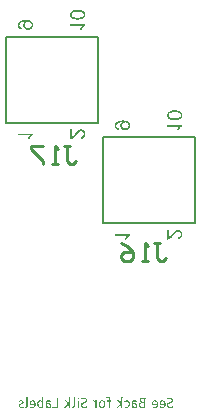
<source format=gbo>
G04*
G04 #@! TF.GenerationSoftware,Altium Limited,Altium Designer,18.1.11 (251)*
G04*
G04 Layer_Color=32896*
%FSLAX25Y25*%
%MOIN*%
G70*
G01*
G75*
%ADD10C,0.01000*%
%ADD24C,0.00787*%
G36*
X-6920Y-90058D02*
X-7375D01*
Y-89603D01*
X-6920D01*
Y-90058D01*
D02*
G37*
G36*
X-18786Y-89381D02*
X-18836Y-89787D01*
Y-92922D01*
X-18875Y-92939D01*
X-18925Y-92950D01*
X-18958Y-92961D01*
X-18969Y-92967D01*
X-18975D01*
X-19047Y-92983D01*
X-19114Y-92989D01*
X-19141Y-92994D01*
X-19163Y-93000D01*
X-19186D01*
X-19280Y-93011D01*
X-19324Y-93017D01*
X-19363Y-93022D01*
X-19397D01*
X-19424Y-93028D01*
X-19446D01*
X-19552Y-93033D01*
X-19596D01*
X-19641Y-93039D01*
X-19729D01*
X-19818Y-93033D01*
X-19902Y-93022D01*
X-19979Y-93011D01*
X-20051Y-92989D01*
X-20107Y-92972D01*
X-20146Y-92961D01*
X-20174Y-92950D01*
X-20185Y-92945D01*
X-20262Y-92906D01*
X-20329Y-92856D01*
X-20390Y-92811D01*
X-20446Y-92767D01*
X-20484Y-92722D01*
X-20518Y-92689D01*
X-20540Y-92667D01*
X-20545Y-92661D01*
X-20601Y-92589D01*
X-20651Y-92517D01*
X-20690Y-92440D01*
X-20723Y-92373D01*
X-20751Y-92312D01*
X-20767Y-92267D01*
X-20778Y-92234D01*
X-20784Y-92223D01*
X-20812Y-92123D01*
X-20834Y-92023D01*
X-20851Y-91929D01*
X-20862Y-91840D01*
X-20867Y-91762D01*
X-20873Y-91707D01*
Y-91685D01*
Y-91668D01*
Y-91657D01*
Y-91651D01*
X-20867Y-91546D01*
X-20862Y-91452D01*
X-20851Y-91368D01*
X-20834Y-91296D01*
X-20817Y-91235D01*
X-20806Y-91191D01*
X-20801Y-91163D01*
X-20795Y-91152D01*
X-20767Y-91074D01*
X-20734Y-91002D01*
X-20701Y-90935D01*
X-20667Y-90880D01*
X-20640Y-90841D01*
X-20617Y-90808D01*
X-20601Y-90786D01*
X-20595Y-90780D01*
X-20545Y-90724D01*
X-20501Y-90680D01*
X-20451Y-90636D01*
X-20407Y-90602D01*
X-20368Y-90580D01*
X-20335Y-90564D01*
X-20312Y-90553D01*
X-20307Y-90547D01*
X-20246Y-90519D01*
X-20179Y-90503D01*
X-20124Y-90486D01*
X-20068Y-90480D01*
X-20018Y-90475D01*
X-19985Y-90469D01*
X-19951D01*
X-19857Y-90475D01*
X-19813Y-90480D01*
X-19774Y-90486D01*
X-19746Y-90491D01*
X-19718Y-90497D01*
X-19702Y-90503D01*
X-19696D01*
X-19607Y-90530D01*
X-19569Y-90547D01*
X-19530Y-90558D01*
X-19502Y-90569D01*
X-19480Y-90580D01*
X-19463Y-90591D01*
X-19458D01*
X-19269Y-90797D01*
Y-89332D01*
X-18786Y-89381D01*
D02*
G37*
G36*
X11611Y-90475D02*
X11667Y-90480D01*
X11717D01*
X11761Y-90486D01*
X11789Y-90491D01*
X11811Y-90497D01*
X11817D01*
X11872Y-90508D01*
X11922Y-90519D01*
X11961Y-90530D01*
X12000Y-90536D01*
X12033Y-90547D01*
X12055Y-90552D01*
X12066Y-90558D01*
X12072D01*
X12166Y-90586D01*
X12205Y-90597D01*
X12239Y-90614D01*
X12266Y-90625D01*
X12288Y-90630D01*
X12299Y-90641D01*
X12305D01*
X12139Y-90947D01*
X12072Y-90924D01*
X12011Y-90908D01*
X11989Y-90902D01*
X11966Y-90897D01*
X11955Y-90891D01*
X11950D01*
X11883Y-90880D01*
X11817Y-90869D01*
X11789Y-90863D01*
X11767Y-90858D01*
X11750D01*
X11661Y-90847D01*
X11589Y-90835D01*
X11456D01*
X11411Y-90841D01*
X11367Y-90847D01*
X11334Y-90852D01*
X11306Y-90863D01*
X11289Y-90869D01*
X11278Y-90874D01*
X11273D01*
X11212Y-90908D01*
X11167Y-90947D01*
X11140Y-90980D01*
X11129Y-90985D01*
Y-90991D01*
X11095Y-91046D01*
X11079Y-91107D01*
X11067Y-91130D01*
Y-91152D01*
X11062Y-91163D01*
Y-91168D01*
X11051Y-91252D01*
X11045Y-91329D01*
Y-91357D01*
Y-91385D01*
Y-91402D01*
Y-91407D01*
Y-91485D01*
X11095Y-91468D01*
X11140Y-91452D01*
X11173Y-91446D01*
X11178Y-91440D01*
X11184D01*
X11240Y-91424D01*
X11295Y-91413D01*
X11323D01*
X11339Y-91407D01*
X11356D01*
X11428Y-91396D01*
X11500Y-91391D01*
X11578D01*
X11695Y-91402D01*
X11750Y-91407D01*
X11795Y-91418D01*
X11839Y-91429D01*
X11872Y-91435D01*
X11894Y-91446D01*
X11900D01*
X12011Y-91490D01*
X12061Y-91518D01*
X12105Y-91540D01*
X12144Y-91562D01*
X12172Y-91585D01*
X12189Y-91596D01*
X12194Y-91601D01*
X12283Y-91685D01*
X12322Y-91724D01*
X12349Y-91768D01*
X12377Y-91801D01*
X12394Y-91829D01*
X12405Y-91851D01*
X12410Y-91857D01*
X12438Y-91918D01*
X12461Y-91979D01*
X12472Y-92040D01*
X12483Y-92095D01*
X12488Y-92145D01*
X12494Y-92190D01*
Y-92212D01*
Y-92223D01*
X12488Y-92295D01*
X12483Y-92362D01*
X12472Y-92423D01*
X12461Y-92473D01*
X12449Y-92517D01*
X12438Y-92550D01*
X12427Y-92573D01*
Y-92578D01*
X12399Y-92634D01*
X12372Y-92684D01*
X12338Y-92722D01*
X12311Y-92761D01*
X12283Y-92795D01*
X12261Y-92817D01*
X12250Y-92828D01*
X12244Y-92834D01*
X12150Y-92900D01*
X12066Y-92950D01*
X12028Y-92967D01*
X12000Y-92978D01*
X11978Y-92989D01*
X11972D01*
X11856Y-93017D01*
X11800Y-93028D01*
X11750Y-93033D01*
X11706D01*
X11672Y-93039D01*
X11645D01*
X11611Y-93033D01*
X11578Y-93028D01*
X11556Y-93022D01*
X11550D01*
X11511Y-93011D01*
X11484Y-93006D01*
X11462Y-92994D01*
X11450D01*
X11411Y-92978D01*
X11384Y-92961D01*
X11362Y-92950D01*
X11350Y-92945D01*
X11317Y-92922D01*
X11289Y-92906D01*
X11267Y-92895D01*
X11262Y-92889D01*
X11045Y-92634D01*
Y-93000D01*
X10568D01*
X10612Y-92595D01*
Y-91440D01*
Y-91363D01*
X10618Y-91285D01*
X10623Y-91218D01*
X10629Y-91163D01*
X10640Y-91113D01*
X10646Y-91080D01*
X10651Y-91052D01*
Y-91046D01*
X10668Y-90980D01*
X10690Y-90924D01*
X10712Y-90874D01*
X10734Y-90824D01*
X10757Y-90791D01*
X10773Y-90763D01*
X10784Y-90747D01*
X10790Y-90741D01*
X10829Y-90697D01*
X10873Y-90658D01*
X10918Y-90619D01*
X10956Y-90591D01*
X10995Y-90569D01*
X11029Y-90552D01*
X11051Y-90547D01*
X11056Y-90541D01*
X11123Y-90519D01*
X11195Y-90497D01*
X11267Y-90486D01*
X11334Y-90480D01*
X11395Y-90475D01*
X11439Y-90469D01*
X11550D01*
X11611Y-90475D01*
D02*
G37*
G36*
X-17043Y-90475D02*
X-16988Y-90480D01*
X-16938D01*
X-16894Y-90486D01*
X-16866Y-90491D01*
X-16844Y-90497D01*
X-16838D01*
X-16782Y-90508D01*
X-16733Y-90519D01*
X-16694Y-90530D01*
X-16655Y-90536D01*
X-16622Y-90547D01*
X-16599Y-90553D01*
X-16588Y-90558D01*
X-16583D01*
X-16488Y-90586D01*
X-16450Y-90597D01*
X-16416Y-90614D01*
X-16388Y-90625D01*
X-16366Y-90630D01*
X-16355Y-90641D01*
X-16350D01*
X-16516Y-90947D01*
X-16583Y-90924D01*
X-16644Y-90908D01*
X-16666Y-90902D01*
X-16688Y-90897D01*
X-16699Y-90891D01*
X-16705D01*
X-16771Y-90880D01*
X-16838Y-90869D01*
X-16866Y-90863D01*
X-16888Y-90858D01*
X-16905D01*
X-16993Y-90847D01*
X-17065Y-90835D01*
X-17199D01*
X-17243Y-90841D01*
X-17288Y-90847D01*
X-17321Y-90852D01*
X-17349Y-90863D01*
X-17365Y-90869D01*
X-17376Y-90874D01*
X-17382D01*
X-17443Y-90908D01*
X-17487Y-90947D01*
X-17515Y-90980D01*
X-17526Y-90985D01*
Y-90991D01*
X-17560Y-91046D01*
X-17576Y-91107D01*
X-17587Y-91130D01*
Y-91152D01*
X-17593Y-91163D01*
Y-91168D01*
X-17604Y-91252D01*
X-17609Y-91329D01*
Y-91357D01*
Y-91385D01*
Y-91402D01*
Y-91407D01*
Y-91485D01*
X-17560Y-91468D01*
X-17515Y-91452D01*
X-17482Y-91446D01*
X-17476Y-91440D01*
X-17471D01*
X-17415Y-91424D01*
X-17360Y-91413D01*
X-17332D01*
X-17315Y-91407D01*
X-17299D01*
X-17226Y-91396D01*
X-17154Y-91391D01*
X-17077D01*
X-16960Y-91402D01*
X-16905Y-91407D01*
X-16860Y-91418D01*
X-16816Y-91429D01*
X-16782Y-91435D01*
X-16760Y-91446D01*
X-16755D01*
X-16644Y-91490D01*
X-16594Y-91518D01*
X-16549Y-91540D01*
X-16511Y-91563D01*
X-16483Y-91585D01*
X-16466Y-91596D01*
X-16461Y-91601D01*
X-16372Y-91685D01*
X-16333Y-91724D01*
X-16305Y-91768D01*
X-16277Y-91801D01*
X-16261Y-91829D01*
X-16250Y-91851D01*
X-16244Y-91857D01*
X-16216Y-91918D01*
X-16194Y-91979D01*
X-16183Y-92040D01*
X-16172Y-92095D01*
X-16166Y-92145D01*
X-16161Y-92190D01*
Y-92212D01*
Y-92223D01*
X-16166Y-92295D01*
X-16172Y-92362D01*
X-16183Y-92423D01*
X-16194Y-92473D01*
X-16205Y-92517D01*
X-16216Y-92550D01*
X-16228Y-92573D01*
Y-92578D01*
X-16255Y-92634D01*
X-16283Y-92684D01*
X-16316Y-92722D01*
X-16344Y-92761D01*
X-16372Y-92795D01*
X-16394Y-92817D01*
X-16405Y-92828D01*
X-16411Y-92834D01*
X-16505Y-92900D01*
X-16588Y-92950D01*
X-16627Y-92967D01*
X-16655Y-92978D01*
X-16677Y-92989D01*
X-16683D01*
X-16799Y-93017D01*
X-16855Y-93028D01*
X-16905Y-93033D01*
X-16949D01*
X-16982Y-93039D01*
X-17010D01*
X-17043Y-93033D01*
X-17077Y-93028D01*
X-17099Y-93022D01*
X-17104D01*
X-17143Y-93011D01*
X-17171Y-93006D01*
X-17193Y-92994D01*
X-17204D01*
X-17243Y-92978D01*
X-17271Y-92961D01*
X-17293Y-92950D01*
X-17304Y-92945D01*
X-17337Y-92922D01*
X-17365Y-92906D01*
X-17387Y-92895D01*
X-17393Y-92889D01*
X-17609Y-92634D01*
Y-93000D01*
X-18087D01*
X-18042Y-92595D01*
Y-91440D01*
Y-91363D01*
X-18037Y-91285D01*
X-18031Y-91219D01*
X-18026Y-91163D01*
X-18015Y-91113D01*
X-18009Y-91080D01*
X-18003Y-91052D01*
Y-91046D01*
X-17987Y-90980D01*
X-17965Y-90924D01*
X-17942Y-90874D01*
X-17920Y-90824D01*
X-17898Y-90791D01*
X-17881Y-90763D01*
X-17870Y-90747D01*
X-17865Y-90741D01*
X-17826Y-90697D01*
X-17782Y-90658D01*
X-17737Y-90619D01*
X-17698Y-90591D01*
X-17659Y-90569D01*
X-17626Y-90553D01*
X-17604Y-90547D01*
X-17598Y-90541D01*
X-17532Y-90519D01*
X-17460Y-90497D01*
X-17387Y-90486D01*
X-17321Y-90480D01*
X-17260Y-90475D01*
X-17215Y-90469D01*
X-17104D01*
X-17043Y-90475D01*
D02*
G37*
G36*
X-1048Y-90514D02*
Y-93000D01*
X-1481D01*
Y-91302D01*
X-1526Y-91241D01*
X-1570Y-91185D01*
X-1587Y-91163D01*
X-1603Y-91146D01*
X-1609Y-91141D01*
X-1614Y-91135D01*
X-1670Y-91080D01*
X-1714Y-91030D01*
X-1753Y-91002D01*
X-1759Y-90991D01*
X-1764D01*
X-1825Y-90952D01*
X-1881Y-90919D01*
X-1903Y-90908D01*
X-1920Y-90897D01*
X-1931Y-90891D01*
X-1936D01*
X-2003Y-90869D01*
X-2058Y-90858D01*
X-2080Y-90852D01*
X-2114D01*
X-2180Y-90858D01*
X-2236Y-90863D01*
X-2269Y-90869D01*
X-2275Y-90874D01*
X-2280D01*
X-2325Y-90886D01*
X-2358Y-90897D01*
X-2380Y-90902D01*
X-2386D01*
X-2408Y-90525D01*
X-2380Y-90514D01*
X-2341Y-90503D01*
X-2314Y-90491D01*
X-2303D01*
X-2247Y-90480D01*
X-2191Y-90469D01*
X-2080D01*
X-2042Y-90475D01*
X-2008Y-90480D01*
X-1997D01*
X-1953Y-90491D01*
X-1914Y-90497D01*
X-1892Y-90503D01*
X-1881Y-90508D01*
X-1842Y-90519D01*
X-1809Y-90530D01*
X-1786Y-90536D01*
X-1781Y-90541D01*
X-1747Y-90552D01*
X-1725Y-90569D01*
X-1709Y-90575D01*
X-1703Y-90580D01*
X-1481Y-90974D01*
Y-90464D01*
X-1048Y-90514D01*
D02*
G37*
G36*
X7610Y-89381D02*
X7560Y-89786D01*
Y-93000D01*
X7127D01*
Y-91740D01*
X6056Y-93000D01*
X5523D01*
X6611Y-91718D01*
X6994Y-91585D01*
X6611Y-91440D01*
X5773Y-90514D01*
X6294D01*
X7127Y-91440D01*
Y-89331D01*
X7610Y-89381D01*
D02*
G37*
G36*
X-9828Y-89381D02*
X-9878Y-89787D01*
Y-93000D01*
X-10311D01*
Y-91740D01*
X-11382Y-93000D01*
X-11915D01*
X-10827Y-91718D01*
X-10444Y-91585D01*
X-10827Y-91440D01*
X-11665Y-90514D01*
X-11144D01*
X-10311Y-91440D01*
Y-89332D01*
X-9828Y-89381D01*
D02*
G37*
G36*
X9008Y-90475D02*
X9103Y-90486D01*
X9191Y-90503D01*
X9264Y-90519D01*
X9325Y-90541D01*
X9369Y-90558D01*
X9397Y-90569D01*
X9408Y-90575D01*
X9486Y-90619D01*
X9558Y-90663D01*
X9619Y-90708D01*
X9669Y-90752D01*
X9713Y-90791D01*
X9741Y-90824D01*
X9763Y-90847D01*
X9769Y-90852D01*
X9819Y-90919D01*
X9858Y-90985D01*
X9896Y-91046D01*
X9924Y-91107D01*
X9952Y-91163D01*
X9968Y-91202D01*
X9974Y-91229D01*
X9980Y-91241D01*
X10002Y-91324D01*
X10018Y-91407D01*
X10030Y-91479D01*
X10035Y-91551D01*
X10041Y-91612D01*
X10046Y-91657D01*
Y-91685D01*
Y-91696D01*
X10041Y-91790D01*
X10035Y-91884D01*
X10024Y-91968D01*
X10013Y-92045D01*
X10002Y-92112D01*
X9991Y-92156D01*
X9980Y-92190D01*
Y-92195D01*
Y-92201D01*
X9952Y-92290D01*
X9913Y-92373D01*
X9880Y-92445D01*
X9846Y-92506D01*
X9813Y-92562D01*
X9785Y-92600D01*
X9769Y-92623D01*
X9763Y-92634D01*
X9708Y-92700D01*
X9647Y-92756D01*
X9586Y-92806D01*
X9530Y-92850D01*
X9480Y-92883D01*
X9441Y-92906D01*
X9419Y-92922D01*
X9408Y-92928D01*
X9325Y-92967D01*
X9241Y-92994D01*
X9158Y-93011D01*
X9081Y-93022D01*
X9014Y-93033D01*
X8964Y-93039D01*
X8836D01*
X8764Y-93033D01*
X8698Y-93022D01*
X8642Y-93011D01*
X8598Y-93006D01*
X8559Y-92994D01*
X8537Y-92989D01*
X8531D01*
X8470Y-92967D01*
X8415Y-92945D01*
X8365Y-92922D01*
X8320Y-92900D01*
X8287Y-92878D01*
X8259Y-92861D01*
X8242Y-92856D01*
X8237Y-92850D01*
X8398Y-92528D01*
X8453Y-92562D01*
X8514Y-92584D01*
X8542Y-92595D01*
X8564Y-92606D01*
X8581Y-92611D01*
X8587D01*
X8687Y-92634D01*
X8731Y-92639D01*
X8781Y-92645D01*
X8820Y-92650D01*
X8881D01*
X8953Y-92645D01*
X9020Y-92639D01*
X9081Y-92628D01*
X9131Y-92611D01*
X9175Y-92600D01*
X9203Y-92589D01*
X9225Y-92584D01*
X9230Y-92578D01*
X9280Y-92545D01*
X9325Y-92512D01*
X9364Y-92478D01*
X9391Y-92445D01*
X9419Y-92417D01*
X9436Y-92395D01*
X9447Y-92378D01*
X9452Y-92373D01*
X9508Y-92273D01*
X9525Y-92223D01*
X9541Y-92179D01*
X9552Y-92140D01*
X9563Y-92106D01*
X9569Y-92084D01*
Y-92079D01*
X9586Y-91951D01*
X9597Y-91890D01*
Y-91834D01*
X9602Y-91790D01*
Y-91757D01*
Y-91729D01*
Y-91724D01*
X9597Y-91596D01*
X9591Y-91540D01*
X9586Y-91485D01*
X9580Y-91446D01*
X9574Y-91413D01*
X9569Y-91391D01*
Y-91385D01*
X9552Y-91324D01*
X9536Y-91274D01*
X9513Y-91224D01*
X9491Y-91185D01*
X9475Y-91146D01*
X9458Y-91124D01*
X9452Y-91107D01*
X9447Y-91102D01*
X9380Y-91019D01*
X9341Y-90985D01*
X9308Y-90958D01*
X9275Y-90935D01*
X9253Y-90919D01*
X9236Y-90913D01*
X9230Y-90908D01*
X9180Y-90886D01*
X9125Y-90863D01*
X9069Y-90852D01*
X9014Y-90847D01*
X8969Y-90841D01*
X8936Y-90835D01*
X8903D01*
X8809Y-90841D01*
X8770Y-90852D01*
X8731Y-90858D01*
X8703Y-90869D01*
X8681Y-90880D01*
X8664Y-90886D01*
X8659D01*
X8575Y-90930D01*
X8537Y-90952D01*
X8509Y-90969D01*
X8481Y-90991D01*
X8465Y-91002D01*
X8453Y-91013D01*
X8448Y-91019D01*
X8220Y-90758D01*
X8276Y-90702D01*
X8331Y-90658D01*
X8381Y-90619D01*
X8431Y-90586D01*
X8470Y-90563D01*
X8503Y-90547D01*
X8525Y-90541D01*
X8531Y-90536D01*
X8592Y-90514D01*
X8659Y-90497D01*
X8720Y-90486D01*
X8775Y-90475D01*
X8825D01*
X8870Y-90469D01*
X8903D01*
X9008Y-90475D01*
D02*
G37*
G36*
X21013Y-90480D02*
X21068Y-90486D01*
X21113Y-90497D01*
X21157Y-90508D01*
X21185Y-90514D01*
X21207Y-90525D01*
X21213D01*
X21313Y-90569D01*
X21363Y-90591D01*
X21402Y-90614D01*
X21435Y-90630D01*
X21457Y-90647D01*
X21474Y-90658D01*
X21479Y-90663D01*
X21563Y-90736D01*
X21623Y-90802D01*
X21651Y-90830D01*
X21668Y-90852D01*
X21679Y-90869D01*
X21685Y-90874D01*
X21746Y-90969D01*
X21773Y-91013D01*
X21790Y-91052D01*
X21812Y-91091D01*
X21823Y-91119D01*
X21829Y-91135D01*
X21834Y-91141D01*
X21873Y-91246D01*
X21884Y-91296D01*
X21895Y-91341D01*
X21907Y-91379D01*
X21912Y-91413D01*
X21918Y-91435D01*
Y-91440D01*
X21934Y-91557D01*
X21940Y-91607D01*
Y-91657D01*
X21945Y-91696D01*
Y-91729D01*
Y-91751D01*
Y-91757D01*
X21940Y-91851D01*
X21934Y-91940D01*
X21923Y-92018D01*
X21912Y-92090D01*
X21901Y-92151D01*
X21895Y-92201D01*
X21884Y-92229D01*
Y-92240D01*
X21857Y-92323D01*
X21829Y-92401D01*
X21796Y-92473D01*
X21762Y-92534D01*
X21734Y-92584D01*
X21712Y-92617D01*
X21696Y-92645D01*
X21690Y-92650D01*
X21635Y-92711D01*
X21579Y-92767D01*
X21518Y-92817D01*
X21463Y-92856D01*
X21413Y-92889D01*
X21374Y-92911D01*
X21352Y-92928D01*
X21340Y-92933D01*
X21257Y-92967D01*
X21168Y-92994D01*
X21080Y-93011D01*
X21002Y-93028D01*
X20930Y-93033D01*
X20874Y-93039D01*
X20824D01*
X20719Y-93033D01*
X20674D01*
X20630Y-93028D01*
X20597Y-93022D01*
X20575D01*
X20558Y-93017D01*
X20552D01*
X20464Y-92994D01*
X20425Y-92983D01*
X20391Y-92972D01*
X20364Y-92967D01*
X20342Y-92956D01*
X20330Y-92950D01*
X20325D01*
X20253Y-92917D01*
X20197Y-92878D01*
X20175Y-92867D01*
X20158Y-92856D01*
X20147Y-92845D01*
X20142D01*
X20081Y-92795D01*
X20031Y-92750D01*
X19997Y-92717D01*
X19992Y-92711D01*
X19986Y-92706D01*
X20231Y-92489D01*
X20253Y-92506D01*
X20280Y-92523D01*
X20297Y-92534D01*
X20308Y-92539D01*
X20347Y-92562D01*
X20391Y-92584D01*
X20425Y-92600D01*
X20430Y-92606D01*
X20436D01*
X20497Y-92623D01*
X20552Y-92639D01*
X20580Y-92645D01*
X20602Y-92650D01*
X20613Y-92656D01*
X20619D01*
X20702Y-92667D01*
X20786Y-92673D01*
X20869D01*
X20924Y-92667D01*
X20974Y-92661D01*
X21019Y-92650D01*
X21063Y-92639D01*
X21096Y-92628D01*
X21118Y-92623D01*
X21135Y-92611D01*
X21141D01*
X21218Y-92562D01*
X21285Y-92506D01*
X21307Y-92484D01*
X21324Y-92462D01*
X21335Y-92450D01*
X21340Y-92445D01*
X21396Y-92356D01*
X21435Y-92273D01*
X21452Y-92240D01*
X21457Y-92212D01*
X21468Y-92195D01*
Y-92190D01*
X21496Y-92079D01*
X21501Y-92023D01*
X21507Y-91973D01*
X21512Y-91929D01*
Y-91896D01*
Y-91873D01*
Y-91868D01*
X19953D01*
X19947Y-91812D01*
X19942Y-91762D01*
X19936Y-91740D01*
Y-91729D01*
Y-91718D01*
Y-91712D01*
X19931Y-91651D01*
Y-91601D01*
Y-91568D01*
Y-91562D01*
Y-91557D01*
Y-91468D01*
X19942Y-91385D01*
X19947Y-91313D01*
X19959Y-91246D01*
X19970Y-91191D01*
X19981Y-91152D01*
X19986Y-91130D01*
X19992Y-91119D01*
X20014Y-91046D01*
X20042Y-90980D01*
X20069Y-90924D01*
X20097Y-90869D01*
X20125Y-90830D01*
X20147Y-90802D01*
X20158Y-90780D01*
X20164Y-90775D01*
X20208Y-90724D01*
X20258Y-90680D01*
X20308Y-90641D01*
X20358Y-90608D01*
X20397Y-90586D01*
X20430Y-90569D01*
X20458Y-90558D01*
X20464Y-90552D01*
X20530Y-90525D01*
X20602Y-90503D01*
X20674Y-90491D01*
X20741Y-90480D01*
X20797Y-90475D01*
X20846Y-90469D01*
X20885D01*
X21013Y-90480D01*
D02*
G37*
G36*
X18521D02*
X18577Y-90486D01*
X18621Y-90497D01*
X18665Y-90508D01*
X18693Y-90514D01*
X18715Y-90525D01*
X18721D01*
X18821Y-90569D01*
X18871Y-90591D01*
X18910Y-90614D01*
X18943Y-90630D01*
X18965Y-90647D01*
X18982Y-90658D01*
X18987Y-90663D01*
X19071Y-90736D01*
X19132Y-90802D01*
X19159Y-90830D01*
X19176Y-90852D01*
X19187Y-90869D01*
X19193Y-90874D01*
X19254Y-90969D01*
X19281Y-91013D01*
X19298Y-91052D01*
X19320Y-91091D01*
X19331Y-91119D01*
X19337Y-91135D01*
X19342Y-91141D01*
X19381Y-91246D01*
X19392Y-91296D01*
X19403Y-91341D01*
X19415Y-91379D01*
X19420Y-91413D01*
X19426Y-91435D01*
Y-91440D01*
X19442Y-91557D01*
X19448Y-91607D01*
Y-91657D01*
X19454Y-91696D01*
Y-91729D01*
Y-91751D01*
Y-91757D01*
X19448Y-91851D01*
X19442Y-91940D01*
X19431Y-92018D01*
X19420Y-92090D01*
X19409Y-92151D01*
X19403Y-92201D01*
X19392Y-92229D01*
Y-92240D01*
X19365Y-92323D01*
X19337Y-92401D01*
X19304Y-92473D01*
X19270Y-92534D01*
X19243Y-92584D01*
X19220Y-92617D01*
X19204Y-92645D01*
X19198Y-92650D01*
X19143Y-92711D01*
X19087Y-92767D01*
X19026Y-92817D01*
X18971Y-92856D01*
X18921Y-92889D01*
X18882Y-92911D01*
X18860Y-92928D01*
X18848Y-92933D01*
X18765Y-92967D01*
X18677Y-92994D01*
X18588Y-93011D01*
X18510Y-93028D01*
X18438Y-93033D01*
X18382Y-93039D01*
X18332D01*
X18227Y-93033D01*
X18182D01*
X18138Y-93028D01*
X18105Y-93022D01*
X18083D01*
X18066Y-93017D01*
X18060D01*
X17972Y-92994D01*
X17933Y-92983D01*
X17899Y-92972D01*
X17872Y-92967D01*
X17850Y-92956D01*
X17838Y-92950D01*
X17833D01*
X17761Y-92917D01*
X17705Y-92878D01*
X17683Y-92867D01*
X17666Y-92856D01*
X17655Y-92845D01*
X17650D01*
X17589Y-92795D01*
X17539Y-92750D01*
X17505Y-92717D01*
X17500Y-92711D01*
X17494Y-92706D01*
X17739Y-92489D01*
X17761Y-92506D01*
X17788Y-92523D01*
X17805Y-92534D01*
X17816Y-92539D01*
X17855Y-92562D01*
X17899Y-92584D01*
X17933Y-92600D01*
X17938Y-92606D01*
X17944D01*
X18005Y-92623D01*
X18060Y-92639D01*
X18088Y-92645D01*
X18110Y-92650D01*
X18122Y-92656D01*
X18127D01*
X18210Y-92667D01*
X18293Y-92673D01*
X18377D01*
X18432Y-92667D01*
X18482Y-92661D01*
X18527Y-92650D01*
X18571Y-92639D01*
X18604Y-92628D01*
X18627Y-92623D01*
X18643Y-92611D01*
X18649D01*
X18726Y-92562D01*
X18793Y-92506D01*
X18815Y-92484D01*
X18832Y-92462D01*
X18843Y-92450D01*
X18848Y-92445D01*
X18904Y-92356D01*
X18943Y-92273D01*
X18959Y-92240D01*
X18965Y-92212D01*
X18976Y-92195D01*
Y-92190D01*
X19004Y-92079D01*
X19010Y-92023D01*
X19015Y-91973D01*
X19021Y-91929D01*
Y-91896D01*
Y-91873D01*
Y-91868D01*
X17461D01*
X17456Y-91812D01*
X17450Y-91762D01*
X17444Y-91740D01*
Y-91729D01*
Y-91718D01*
Y-91712D01*
X17439Y-91651D01*
Y-91601D01*
Y-91568D01*
Y-91562D01*
Y-91557D01*
Y-91468D01*
X17450Y-91385D01*
X17456Y-91313D01*
X17467Y-91246D01*
X17478Y-91191D01*
X17489Y-91152D01*
X17494Y-91130D01*
X17500Y-91119D01*
X17522Y-91046D01*
X17550Y-90980D01*
X17578Y-90924D01*
X17605Y-90869D01*
X17633Y-90830D01*
X17655Y-90802D01*
X17666Y-90780D01*
X17672Y-90775D01*
X17716Y-90724D01*
X17766Y-90680D01*
X17816Y-90641D01*
X17866Y-90608D01*
X17905Y-90586D01*
X17938Y-90569D01*
X17966Y-90558D01*
X17972Y-90552D01*
X18038Y-90525D01*
X18110Y-90503D01*
X18182Y-90491D01*
X18249Y-90480D01*
X18305Y-90475D01*
X18355Y-90469D01*
X18393D01*
X18521Y-90480D01*
D02*
G37*
G36*
X-8241Y-89381D02*
X-8291Y-89831D01*
Y-92095D01*
Y-92168D01*
X-8297Y-92234D01*
Y-92295D01*
X-8302Y-92351D01*
X-8308Y-92395D01*
Y-92434D01*
X-8313Y-92456D01*
Y-92462D01*
X-8324Y-92523D01*
X-8335Y-92584D01*
X-8352Y-92634D01*
X-8369Y-92678D01*
X-8385Y-92717D01*
X-8396Y-92745D01*
X-8402Y-92761D01*
X-8407Y-92767D01*
X-8435Y-92811D01*
X-8469Y-92850D01*
X-8502Y-92883D01*
X-8535Y-92917D01*
X-8563Y-92939D01*
X-8585Y-92956D01*
X-8602Y-92961D01*
X-8607Y-92967D01*
X-8657Y-92989D01*
X-8713Y-93006D01*
X-8768Y-93022D01*
X-8818Y-93028D01*
X-8863Y-93033D01*
X-8901Y-93039D01*
X-8935D01*
X-8996Y-93033D01*
X-9040Y-93028D01*
X-9074Y-93022D01*
X-9085D01*
X-9135Y-93011D01*
X-9173Y-93006D01*
X-9196Y-92994D01*
X-9207D01*
X-9246Y-92978D01*
X-9273Y-92961D01*
X-9296Y-92956D01*
X-9301Y-92950D01*
X-9329Y-92933D01*
X-9346Y-92922D01*
X-9357Y-92911D01*
X-9362D01*
X-9201Y-92634D01*
X-9184Y-92639D01*
X-9162Y-92650D01*
X-9146Y-92656D01*
X-9140D01*
X-9118Y-92661D01*
X-9096D01*
X-9074Y-92667D01*
X-9068D01*
X-9040Y-92673D01*
X-8979D01*
X-8935Y-92667D01*
X-8901Y-92661D01*
X-8879Y-92656D01*
X-8868Y-92650D01*
X-8835Y-92623D01*
X-8807Y-92595D01*
X-8790Y-92573D01*
X-8785Y-92562D01*
X-8768Y-92512D01*
X-8752Y-92456D01*
X-8746Y-92434D01*
Y-92417D01*
X-8741Y-92406D01*
Y-92401D01*
X-8729Y-92317D01*
X-8724Y-92234D01*
Y-92201D01*
Y-92173D01*
Y-92156D01*
Y-92151D01*
Y-89332D01*
X-8241Y-89381D01*
D02*
G37*
G36*
X-22260Y-90480D02*
X-22205Y-90486D01*
X-22160Y-90497D01*
X-22116Y-90508D01*
X-22088Y-90514D01*
X-22066Y-90525D01*
X-22061D01*
X-21961Y-90569D01*
X-21911Y-90591D01*
X-21872Y-90614D01*
X-21838Y-90630D01*
X-21816Y-90647D01*
X-21800Y-90658D01*
X-21794Y-90663D01*
X-21711Y-90736D01*
X-21650Y-90802D01*
X-21622Y-90830D01*
X-21605Y-90852D01*
X-21594Y-90869D01*
X-21589Y-90874D01*
X-21528Y-90969D01*
X-21500Y-91013D01*
X-21483Y-91052D01*
X-21461Y-91091D01*
X-21450Y-91119D01*
X-21444Y-91135D01*
X-21439Y-91141D01*
X-21400Y-91246D01*
X-21389Y-91296D01*
X-21378Y-91341D01*
X-21367Y-91379D01*
X-21361Y-91413D01*
X-21356Y-91435D01*
Y-91440D01*
X-21339Y-91557D01*
X-21334Y-91607D01*
Y-91657D01*
X-21328Y-91696D01*
Y-91729D01*
Y-91751D01*
Y-91757D01*
X-21334Y-91851D01*
X-21339Y-91940D01*
X-21350Y-92018D01*
X-21361Y-92090D01*
X-21372Y-92151D01*
X-21378Y-92201D01*
X-21389Y-92229D01*
Y-92240D01*
X-21417Y-92323D01*
X-21444Y-92401D01*
X-21478Y-92473D01*
X-21511Y-92534D01*
X-21539Y-92584D01*
X-21561Y-92617D01*
X-21578Y-92645D01*
X-21583Y-92650D01*
X-21639Y-92711D01*
X-21694Y-92767D01*
X-21755Y-92817D01*
X-21811Y-92856D01*
X-21861Y-92889D01*
X-21900Y-92911D01*
X-21922Y-92928D01*
X-21933Y-92933D01*
X-22016Y-92967D01*
X-22105Y-92994D01*
X-22194Y-93011D01*
X-22271Y-93028D01*
X-22344Y-93033D01*
X-22399Y-93039D01*
X-22449D01*
X-22555Y-93033D01*
X-22599D01*
X-22643Y-93028D01*
X-22677Y-93022D01*
X-22699D01*
X-22715Y-93017D01*
X-22721D01*
X-22810Y-92994D01*
X-22849Y-92983D01*
X-22882Y-92972D01*
X-22910Y-92967D01*
X-22932Y-92956D01*
X-22943Y-92950D01*
X-22949D01*
X-23021Y-92917D01*
X-23076Y-92878D01*
X-23098Y-92867D01*
X-23115Y-92856D01*
X-23126Y-92845D01*
X-23132D01*
X-23193Y-92795D01*
X-23243Y-92750D01*
X-23276Y-92717D01*
X-23281Y-92711D01*
X-23287Y-92706D01*
X-23043Y-92489D01*
X-23021Y-92506D01*
X-22993Y-92523D01*
X-22976Y-92534D01*
X-22965Y-92539D01*
X-22926Y-92562D01*
X-22882Y-92584D01*
X-22849Y-92600D01*
X-22843Y-92606D01*
X-22838D01*
X-22776Y-92623D01*
X-22721Y-92639D01*
X-22693Y-92645D01*
X-22671Y-92650D01*
X-22660Y-92656D01*
X-22654D01*
X-22571Y-92667D01*
X-22488Y-92673D01*
X-22405D01*
X-22349Y-92667D01*
X-22299Y-92661D01*
X-22255Y-92650D01*
X-22210Y-92639D01*
X-22177Y-92628D01*
X-22155Y-92623D01*
X-22138Y-92611D01*
X-22133D01*
X-22055Y-92562D01*
X-21988Y-92506D01*
X-21966Y-92484D01*
X-21949Y-92462D01*
X-21938Y-92451D01*
X-21933Y-92445D01*
X-21877Y-92356D01*
X-21838Y-92273D01*
X-21822Y-92240D01*
X-21816Y-92212D01*
X-21805Y-92195D01*
Y-92190D01*
X-21778Y-92079D01*
X-21772Y-92023D01*
X-21766Y-91973D01*
X-21761Y-91929D01*
Y-91896D01*
Y-91873D01*
Y-91868D01*
X-23320D01*
X-23326Y-91812D01*
X-23332Y-91762D01*
X-23337Y-91740D01*
Y-91729D01*
Y-91718D01*
Y-91712D01*
X-23343Y-91651D01*
Y-91601D01*
Y-91568D01*
Y-91563D01*
Y-91557D01*
Y-91468D01*
X-23332Y-91385D01*
X-23326Y-91313D01*
X-23315Y-91246D01*
X-23304Y-91191D01*
X-23293Y-91152D01*
X-23287Y-91130D01*
X-23281Y-91119D01*
X-23259Y-91046D01*
X-23232Y-90980D01*
X-23204Y-90924D01*
X-23176Y-90869D01*
X-23148Y-90830D01*
X-23126Y-90802D01*
X-23115Y-90780D01*
X-23110Y-90775D01*
X-23065Y-90724D01*
X-23015Y-90680D01*
X-22965Y-90641D01*
X-22915Y-90608D01*
X-22876Y-90586D01*
X-22843Y-90569D01*
X-22815Y-90558D01*
X-22810Y-90553D01*
X-22743Y-90525D01*
X-22671Y-90503D01*
X-22599Y-90491D01*
X-22532Y-90480D01*
X-22477Y-90475D01*
X-22427Y-90469D01*
X-22388D01*
X-22260Y-90480D01*
D02*
G37*
G36*
X-23992Y-89381D02*
X-24042Y-89831D01*
Y-92095D01*
Y-92168D01*
X-24047Y-92234D01*
Y-92295D01*
X-24053Y-92351D01*
X-24058Y-92395D01*
Y-92434D01*
X-24064Y-92456D01*
Y-92462D01*
X-24075Y-92523D01*
X-24086Y-92584D01*
X-24103Y-92634D01*
X-24120Y-92678D01*
X-24136Y-92717D01*
X-24147Y-92745D01*
X-24153Y-92761D01*
X-24158Y-92767D01*
X-24186Y-92811D01*
X-24219Y-92850D01*
X-24253Y-92883D01*
X-24286Y-92917D01*
X-24314Y-92939D01*
X-24336Y-92956D01*
X-24353Y-92961D01*
X-24358Y-92967D01*
X-24408Y-92989D01*
X-24464Y-93006D01*
X-24519Y-93022D01*
X-24569Y-93028D01*
X-24613Y-93033D01*
X-24652Y-93039D01*
X-24686D01*
X-24747Y-93033D01*
X-24791Y-93028D01*
X-24824Y-93022D01*
X-24836D01*
X-24885Y-93011D01*
X-24924Y-93006D01*
X-24947Y-92994D01*
X-24958D01*
X-24996Y-92978D01*
X-25024Y-92961D01*
X-25046Y-92956D01*
X-25052Y-92950D01*
X-25080Y-92933D01*
X-25096Y-92922D01*
X-25107Y-92911D01*
X-25113D01*
X-24952Y-92634D01*
X-24935Y-92639D01*
X-24913Y-92650D01*
X-24897Y-92656D01*
X-24891D01*
X-24869Y-92661D01*
X-24847D01*
X-24824Y-92667D01*
X-24819D01*
X-24791Y-92673D01*
X-24730D01*
X-24686Y-92667D01*
X-24652Y-92661D01*
X-24630Y-92656D01*
X-24619Y-92650D01*
X-24586Y-92623D01*
X-24558Y-92595D01*
X-24541Y-92573D01*
X-24536Y-92562D01*
X-24519Y-92512D01*
X-24502Y-92456D01*
X-24497Y-92434D01*
Y-92417D01*
X-24491Y-92406D01*
Y-92401D01*
X-24480Y-92317D01*
X-24475Y-92234D01*
Y-92201D01*
Y-92173D01*
Y-92156D01*
Y-92151D01*
Y-89332D01*
X-23992Y-89381D01*
D02*
G37*
G36*
X14681Y-89587D02*
X14714D01*
X14780Y-89592D01*
X14836D01*
X14864Y-89598D01*
X14897D01*
X14964Y-89603D01*
X15025Y-89609D01*
X15047D01*
X15063Y-89614D01*
X15080D01*
X15141Y-89620D01*
X15191Y-89626D01*
X15230Y-89631D01*
X15241D01*
X15169Y-90081D01*
Y-93000D01*
X14242D01*
X14137Y-92994D01*
X14092D01*
X14048Y-92989D01*
X14015Y-92983D01*
X13981D01*
X13964Y-92978D01*
X13959D01*
X13848Y-92956D01*
X13804Y-92945D01*
X13759Y-92933D01*
X13720Y-92922D01*
X13693Y-92911D01*
X13676Y-92906D01*
X13670D01*
X13570Y-92861D01*
X13526Y-92839D01*
X13493Y-92822D01*
X13460Y-92800D01*
X13437Y-92784D01*
X13421Y-92778D01*
X13415Y-92773D01*
X13332Y-92706D01*
X13293Y-92673D01*
X13265Y-92639D01*
X13238Y-92611D01*
X13221Y-92589D01*
X13210Y-92578D01*
X13204Y-92573D01*
X13143Y-92484D01*
X13099Y-92395D01*
X13088Y-92362D01*
X13077Y-92334D01*
X13065Y-92312D01*
Y-92306D01*
X13032Y-92184D01*
X13021Y-92129D01*
X13015Y-92073D01*
X13010Y-92029D01*
Y-91996D01*
Y-91968D01*
Y-91962D01*
Y-91901D01*
X13021Y-91846D01*
X13027Y-91796D01*
X13038Y-91751D01*
X13049Y-91718D01*
X13054Y-91690D01*
X13065Y-91674D01*
Y-91668D01*
X13110Y-91579D01*
X13138Y-91540D01*
X13160Y-91507D01*
X13182Y-91485D01*
X13199Y-91463D01*
X13210Y-91452D01*
X13215Y-91446D01*
X13287Y-91379D01*
X13354Y-91335D01*
X13387Y-91313D01*
X13409Y-91302D01*
X13426Y-91291D01*
X13432D01*
X13526Y-91246D01*
X13570Y-91229D01*
X13609Y-91213D01*
X13643Y-91202D01*
X13670Y-91191D01*
X13687Y-91185D01*
X13693D01*
X14031Y-91152D01*
X13681Y-91052D01*
X13609Y-91013D01*
X13548Y-90969D01*
X13493Y-90924D01*
X13448Y-90880D01*
X13415Y-90841D01*
X13387Y-90808D01*
X13371Y-90786D01*
X13365Y-90780D01*
X13326Y-90708D01*
X13293Y-90636D01*
X13271Y-90569D01*
X13260Y-90497D01*
X13249Y-90441D01*
X13243Y-90391D01*
Y-90364D01*
Y-90353D01*
X13249Y-90269D01*
X13260Y-90192D01*
X13276Y-90131D01*
X13298Y-90075D01*
X13321Y-90031D01*
X13337Y-89998D01*
X13349Y-89975D01*
X13354Y-89970D01*
X13398Y-89914D01*
X13448Y-89870D01*
X13498Y-89831D01*
X13543Y-89798D01*
X13582Y-89770D01*
X13615Y-89753D01*
X13643Y-89742D01*
X13648Y-89737D01*
X13787Y-89681D01*
X13853Y-89659D01*
X13920Y-89642D01*
X13976Y-89631D01*
X14020Y-89620D01*
X14048Y-89614D01*
X14059D01*
X14231Y-89592D01*
X14314Y-89587D01*
X14392D01*
X14453Y-89581D01*
X14658D01*
X14681Y-89587D01*
D02*
G37*
G36*
X2870Y-89354D02*
X2926Y-89359D01*
X2976Y-89370D01*
X3020Y-89381D01*
X3048Y-89393D01*
X3070Y-89398D01*
X3075Y-89404D01*
X3170Y-89454D01*
X3209Y-89481D01*
X3242Y-89504D01*
X3270Y-89526D01*
X3292Y-89548D01*
X3303Y-89559D01*
X3308Y-89565D01*
X3364Y-89648D01*
X3408Y-89731D01*
X3425Y-89764D01*
X3431Y-89792D01*
X3442Y-89814D01*
Y-89820D01*
X3464Y-89936D01*
X3469Y-89992D01*
X3475Y-90047D01*
X3481Y-90092D01*
Y-90131D01*
Y-90153D01*
Y-90164D01*
Y-90508D01*
X3825D01*
Y-90874D01*
X3481D01*
Y-93000D01*
X3048D01*
Y-90874D01*
X2448D01*
X2404Y-90508D01*
X3059D01*
Y-90186D01*
X3053Y-90097D01*
X3042Y-90020D01*
X3025Y-89959D01*
X3009Y-89909D01*
X2992Y-89870D01*
X2976Y-89842D01*
X2964Y-89825D01*
X2959Y-89820D01*
X2915Y-89781D01*
X2870Y-89753D01*
X2820Y-89737D01*
X2770Y-89720D01*
X2726Y-89714D01*
X2692Y-89709D01*
X2659D01*
X2587Y-89714D01*
X2531Y-89726D01*
X2509Y-89737D01*
X2493Y-89742D01*
X2482Y-89748D01*
X2476D01*
X2420Y-89770D01*
X2376Y-89792D01*
X2354Y-89809D01*
X2343Y-89814D01*
X2149Y-89548D01*
X2187Y-89520D01*
X2221Y-89498D01*
X2248Y-89481D01*
X2254Y-89476D01*
X2260D01*
X2304Y-89448D01*
X2348Y-89426D01*
X2382Y-89415D01*
X2387Y-89409D01*
X2393D01*
X2443Y-89393D01*
X2493Y-89376D01*
X2515Y-89370D01*
X2531D01*
X2543Y-89365D01*
X2548D01*
X2609Y-89354D01*
X2670Y-89343D01*
X2803D01*
X2870Y-89354D01*
D02*
G37*
G36*
X-6931Y-90608D02*
Y-93000D01*
X-7364D01*
Y-90564D01*
X-6931Y-90608D01*
D02*
G37*
G36*
X-13869Y-89609D02*
X-13941Y-90081D01*
Y-92550D01*
X-13891Y-93000D01*
X-15811D01*
X-15861Y-92634D01*
X-14385D01*
X-14413Y-92229D01*
Y-89559D01*
X-13869Y-89609D01*
D02*
G37*
G36*
X23510Y-89576D02*
X23572Y-89581D01*
X23633Y-89592D01*
X23677Y-89603D01*
X23716Y-89614D01*
X23738Y-89620D01*
X23749Y-89626D01*
X23816Y-89653D01*
X23882Y-89681D01*
X23938Y-89709D01*
X23988Y-89737D01*
X24032Y-89764D01*
X24060Y-89786D01*
X24082Y-89798D01*
X24088Y-89803D01*
X24138Y-89848D01*
X24182Y-89898D01*
X24227Y-89947D01*
X24260Y-89992D01*
X24287Y-90031D01*
X24304Y-90064D01*
X24315Y-90086D01*
X24321Y-90092D01*
X24349Y-90158D01*
X24371Y-90219D01*
X24387Y-90286D01*
X24398Y-90347D01*
X24404Y-90397D01*
X24410Y-90436D01*
Y-90464D01*
Y-90475D01*
X24404Y-90536D01*
X24398Y-90591D01*
X24387Y-90647D01*
X24376Y-90691D01*
X24365Y-90724D01*
X24354Y-90752D01*
X24343Y-90769D01*
Y-90775D01*
X24287Y-90858D01*
X24260Y-90897D01*
X24227Y-90930D01*
X24204Y-90958D01*
X24182Y-90980D01*
X24171Y-90991D01*
X24165Y-90996D01*
X24077Y-91063D01*
X23999Y-91119D01*
X23966Y-91141D01*
X23938Y-91157D01*
X23921Y-91163D01*
X23916Y-91168D01*
X23810Y-91224D01*
X23760Y-91252D01*
X23716Y-91274D01*
X23683Y-91291D01*
X23649Y-91307D01*
X23633Y-91313D01*
X23627Y-91318D01*
X23516Y-91368D01*
X23472Y-91391D01*
X23427Y-91413D01*
X23388Y-91429D01*
X23361Y-91446D01*
X23344Y-91452D01*
X23338Y-91457D01*
X23239Y-91513D01*
X23200Y-91540D01*
X23161Y-91562D01*
X23133Y-91585D01*
X23105Y-91601D01*
X23094Y-91612D01*
X23089Y-91618D01*
X23017Y-91685D01*
X22955Y-91746D01*
X22939Y-91773D01*
X22922Y-91796D01*
X22917Y-91807D01*
X22911Y-91812D01*
X22889Y-91857D01*
X22867Y-91901D01*
X22850Y-91979D01*
X22844Y-92018D01*
X22839Y-92045D01*
Y-92062D01*
Y-92068D01*
Y-92123D01*
X22850Y-92173D01*
X22861Y-92223D01*
X22872Y-92262D01*
X22883Y-92295D01*
X22895Y-92317D01*
X22900Y-92334D01*
X22906Y-92339D01*
X22961Y-92417D01*
X23017Y-92473D01*
X23039Y-92495D01*
X23061Y-92512D01*
X23072Y-92523D01*
X23078Y-92528D01*
X23161Y-92573D01*
X23239Y-92606D01*
X23266Y-92617D01*
X23294Y-92628D01*
X23311Y-92634D01*
X23316D01*
X23416Y-92650D01*
X23461Y-92661D01*
X23505D01*
X23538Y-92667D01*
X23594D01*
X23666Y-92661D01*
X23732Y-92656D01*
X23760Y-92650D01*
X23783D01*
X23794Y-92645D01*
X23799D01*
X23871Y-92628D01*
X23932Y-92606D01*
X23960Y-92600D01*
X23977Y-92595D01*
X23988Y-92589D01*
X23993D01*
X24054Y-92567D01*
X24104Y-92545D01*
X24143Y-92528D01*
X24149Y-92523D01*
X24154D01*
X24204Y-92495D01*
X24238Y-92473D01*
X24265Y-92456D01*
X24271Y-92450D01*
X24476Y-92789D01*
X24326Y-92867D01*
X24171Y-92928D01*
X24016Y-92972D01*
X23871Y-93006D01*
X23805Y-93017D01*
X23749Y-93022D01*
X23694Y-93028D01*
X23649Y-93033D01*
X23610Y-93039D01*
X23561D01*
X23449Y-93033D01*
X23400Y-93028D01*
X23350Y-93022D01*
X23316D01*
X23283Y-93017D01*
X23266Y-93011D01*
X23261D01*
X23155Y-92989D01*
X23111Y-92972D01*
X23072Y-92961D01*
X23039Y-92945D01*
X23011Y-92939D01*
X22994Y-92928D01*
X22989D01*
X22895Y-92883D01*
X22850Y-92861D01*
X22817Y-92839D01*
X22789Y-92817D01*
X22761Y-92800D01*
X22750Y-92795D01*
X22745Y-92789D01*
X22667Y-92722D01*
X22606Y-92656D01*
X22584Y-92628D01*
X22567Y-92606D01*
X22561Y-92595D01*
X22556Y-92589D01*
X22500Y-92501D01*
X22462Y-92417D01*
X22445Y-92384D01*
X22434Y-92356D01*
X22428Y-92339D01*
Y-92334D01*
X22400Y-92223D01*
X22389Y-92173D01*
X22384Y-92123D01*
X22378Y-92084D01*
Y-92051D01*
Y-92029D01*
Y-92023D01*
X22384Y-91951D01*
X22389Y-91884D01*
X22400Y-91823D01*
X22412Y-91773D01*
X22428Y-91729D01*
X22439Y-91701D01*
X22445Y-91679D01*
X22451Y-91674D01*
X22506Y-91568D01*
X22534Y-91524D01*
X22561Y-91485D01*
X22589Y-91457D01*
X22611Y-91435D01*
X22623Y-91418D01*
X22628Y-91413D01*
X22711Y-91329D01*
X22795Y-91268D01*
X22828Y-91246D01*
X22856Y-91229D01*
X22872Y-91218D01*
X22878Y-91213D01*
X22983Y-91152D01*
X23028Y-91130D01*
X23072Y-91107D01*
X23111Y-91091D01*
X23139Y-91074D01*
X23161Y-91069D01*
X23166Y-91063D01*
X23272Y-91013D01*
X23322Y-90991D01*
X23366Y-90974D01*
X23400Y-90958D01*
X23427Y-90947D01*
X23449Y-90935D01*
X23455D01*
X23555Y-90886D01*
X23594Y-90863D01*
X23633Y-90841D01*
X23660Y-90824D01*
X23683Y-90808D01*
X23699Y-90802D01*
X23705Y-90797D01*
X23777Y-90736D01*
X23832Y-90686D01*
X23855Y-90663D01*
X23871Y-90647D01*
X23877Y-90636D01*
X23882Y-90630D01*
X23905Y-90591D01*
X23921Y-90558D01*
X23938Y-90486D01*
X23943Y-90452D01*
X23949Y-90430D01*
Y-90414D01*
Y-90408D01*
X23938Y-90319D01*
X23932Y-90286D01*
X23921Y-90253D01*
X23910Y-90225D01*
X23905Y-90208D01*
X23893Y-90197D01*
Y-90192D01*
X23849Y-90131D01*
X23799Y-90086D01*
X23766Y-90058D01*
X23755Y-90047D01*
X23749D01*
X23677Y-90009D01*
X23610Y-89981D01*
X23583Y-89975D01*
X23561Y-89970D01*
X23549Y-89964D01*
X23544D01*
X23455Y-89947D01*
X23383Y-89942D01*
X23350Y-89936D01*
X23244D01*
X23183Y-89942D01*
X23133Y-89947D01*
X23083Y-89959D01*
X23050Y-89964D01*
X23017Y-89975D01*
X23000Y-89981D01*
X22994D01*
X22889Y-90020D01*
X22833Y-90042D01*
X22789Y-90064D01*
X22750Y-90081D01*
X22722Y-90097D01*
X22700Y-90109D01*
X22695Y-90114D01*
X22473Y-89837D01*
X22550Y-89786D01*
X22628Y-89748D01*
X22706Y-89709D01*
X22783Y-89681D01*
X22933Y-89631D01*
X23072Y-89598D01*
X23133Y-89587D01*
X23194Y-89581D01*
X23244Y-89570D01*
X23283D01*
X23316Y-89565D01*
X23438D01*
X23510Y-89576D01*
D02*
G37*
G36*
X861Y-90475D02*
X944Y-90486D01*
X1027Y-90503D01*
X1094Y-90519D01*
X1155Y-90536D01*
X1194Y-90552D01*
X1222Y-90563D01*
X1233Y-90569D01*
X1311Y-90608D01*
X1377Y-90652D01*
X1438Y-90697D01*
X1494Y-90736D01*
X1532Y-90775D01*
X1566Y-90808D01*
X1588Y-90830D01*
X1594Y-90835D01*
X1643Y-90902D01*
X1688Y-90969D01*
X1727Y-91041D01*
X1760Y-91102D01*
X1782Y-91157D01*
X1799Y-91202D01*
X1810Y-91229D01*
X1816Y-91241D01*
X1843Y-91329D01*
X1860Y-91418D01*
X1877Y-91507D01*
X1882Y-91585D01*
X1888Y-91651D01*
X1893Y-91701D01*
Y-91724D01*
Y-91740D01*
Y-91746D01*
Y-91751D01*
X1888Y-91851D01*
X1882Y-91945D01*
X1871Y-92034D01*
X1854Y-92106D01*
X1838Y-92173D01*
X1827Y-92217D01*
X1821Y-92251D01*
X1816Y-92256D01*
Y-92262D01*
X1782Y-92345D01*
X1743Y-92428D01*
X1705Y-92495D01*
X1666Y-92556D01*
X1632Y-92606D01*
X1605Y-92639D01*
X1588Y-92667D01*
X1582Y-92673D01*
X1521Y-92734D01*
X1466Y-92789D01*
X1405Y-92834D01*
X1349Y-92872D01*
X1299Y-92906D01*
X1261Y-92928D01*
X1238Y-92939D01*
X1227Y-92945D01*
X1144Y-92978D01*
X1066Y-93000D01*
X989Y-93017D01*
X917Y-93028D01*
X855Y-93033D01*
X811Y-93039D01*
X767D01*
X672Y-93033D01*
X583Y-93022D01*
X506Y-93011D01*
X434Y-92989D01*
X378Y-92972D01*
X334Y-92961D01*
X311Y-92950D01*
X300Y-92945D01*
X223Y-92906D01*
X156Y-92861D01*
X95Y-92817D01*
X40Y-92773D01*
X1Y-92734D01*
X-33Y-92700D01*
X-55Y-92678D01*
X-60Y-92673D01*
X-116Y-92606D01*
X-160Y-92534D01*
X-199Y-92467D01*
X-232Y-92401D01*
X-255Y-92345D01*
X-271Y-92301D01*
X-282Y-92273D01*
X-288Y-92262D01*
X-316Y-92173D01*
X-338Y-92079D01*
X-349Y-91996D01*
X-360Y-91918D01*
X-366Y-91851D01*
X-371Y-91796D01*
Y-91762D01*
Y-91757D01*
Y-91751D01*
X-366Y-91651D01*
X-360Y-91551D01*
X-343Y-91468D01*
X-327Y-91391D01*
X-310Y-91329D01*
X-299Y-91280D01*
X-288Y-91252D01*
X-282Y-91241D01*
X-249Y-91157D01*
X-210Y-91080D01*
X-171Y-91008D01*
X-132Y-90952D01*
X-99Y-90902D01*
X-71Y-90863D01*
X-55Y-90841D01*
X-49Y-90835D01*
X12Y-90775D01*
X73Y-90719D01*
X128Y-90675D01*
X189Y-90636D01*
X239Y-90608D01*
X278Y-90586D01*
X300Y-90575D01*
X311Y-90569D01*
X389Y-90536D01*
X467Y-90514D01*
X545Y-90491D01*
X617Y-90480D01*
X678Y-90475D01*
X722Y-90469D01*
X767D01*
X861Y-90475D01*
D02*
G37*
G36*
X-5144Y-89576D02*
X-5083Y-89581D01*
X-5022Y-89592D01*
X-4978Y-89603D01*
X-4939Y-89614D01*
X-4917Y-89620D01*
X-4905Y-89626D01*
X-4839Y-89653D01*
X-4772Y-89681D01*
X-4717Y-89709D01*
X-4667Y-89737D01*
X-4622Y-89764D01*
X-4595Y-89787D01*
X-4572Y-89798D01*
X-4567Y-89803D01*
X-4517Y-89848D01*
X-4473Y-89898D01*
X-4428Y-89947D01*
X-4395Y-89992D01*
X-4367Y-90031D01*
X-4351Y-90064D01*
X-4339Y-90086D01*
X-4334Y-90092D01*
X-4306Y-90158D01*
X-4284Y-90219D01*
X-4267Y-90286D01*
X-4256Y-90347D01*
X-4251Y-90397D01*
X-4245Y-90436D01*
Y-90464D01*
Y-90475D01*
X-4251Y-90536D01*
X-4256Y-90591D01*
X-4267Y-90647D01*
X-4278Y-90691D01*
X-4289Y-90724D01*
X-4301Y-90752D01*
X-4312Y-90769D01*
Y-90775D01*
X-4367Y-90858D01*
X-4395Y-90897D01*
X-4428Y-90930D01*
X-4450Y-90958D01*
X-4473Y-90980D01*
X-4484Y-90991D01*
X-4489Y-90996D01*
X-4578Y-91063D01*
X-4656Y-91119D01*
X-4689Y-91141D01*
X-4717Y-91157D01*
X-4733Y-91163D01*
X-4739Y-91168D01*
X-4844Y-91224D01*
X-4894Y-91252D01*
X-4939Y-91274D01*
X-4972Y-91291D01*
X-5005Y-91307D01*
X-5022Y-91313D01*
X-5028Y-91318D01*
X-5139Y-91368D01*
X-5183Y-91391D01*
X-5227Y-91413D01*
X-5266Y-91429D01*
X-5294Y-91446D01*
X-5311Y-91452D01*
X-5316Y-91457D01*
X-5416Y-91513D01*
X-5455Y-91540D01*
X-5494Y-91563D01*
X-5522Y-91585D01*
X-5549Y-91601D01*
X-5560Y-91612D01*
X-5566Y-91618D01*
X-5638Y-91685D01*
X-5699Y-91746D01*
X-5716Y-91773D01*
X-5732Y-91796D01*
X-5738Y-91807D01*
X-5743Y-91812D01*
X-5766Y-91857D01*
X-5788Y-91901D01*
X-5805Y-91979D01*
X-5810Y-92018D01*
X-5816Y-92045D01*
Y-92062D01*
Y-92068D01*
Y-92123D01*
X-5805Y-92173D01*
X-5793Y-92223D01*
X-5782Y-92262D01*
X-5771Y-92295D01*
X-5760Y-92317D01*
X-5755Y-92334D01*
X-5749Y-92340D01*
X-5694Y-92417D01*
X-5638Y-92473D01*
X-5616Y-92495D01*
X-5594Y-92512D01*
X-5583Y-92523D01*
X-5577Y-92528D01*
X-5494Y-92573D01*
X-5416Y-92606D01*
X-5388Y-92617D01*
X-5361Y-92628D01*
X-5344Y-92634D01*
X-5338D01*
X-5238Y-92650D01*
X-5194Y-92661D01*
X-5150D01*
X-5116Y-92667D01*
X-5061D01*
X-4989Y-92661D01*
X-4922Y-92656D01*
X-4894Y-92650D01*
X-4872D01*
X-4861Y-92645D01*
X-4856D01*
X-4783Y-92628D01*
X-4722Y-92606D01*
X-4695Y-92600D01*
X-4678Y-92595D01*
X-4667Y-92589D01*
X-4661D01*
X-4600Y-92567D01*
X-4550Y-92545D01*
X-4511Y-92528D01*
X-4506Y-92523D01*
X-4500D01*
X-4450Y-92495D01*
X-4417Y-92473D01*
X-4389Y-92456D01*
X-4384Y-92451D01*
X-4178Y-92789D01*
X-4328Y-92867D01*
X-4484Y-92928D01*
X-4639Y-92972D01*
X-4783Y-93006D01*
X-4850Y-93017D01*
X-4905Y-93022D01*
X-4961Y-93028D01*
X-5005Y-93033D01*
X-5044Y-93039D01*
X-5094D01*
X-5205Y-93033D01*
X-5255Y-93028D01*
X-5305Y-93022D01*
X-5338D01*
X-5372Y-93017D01*
X-5388Y-93011D01*
X-5394D01*
X-5499Y-92989D01*
X-5544Y-92972D01*
X-5583Y-92961D01*
X-5616Y-92945D01*
X-5644Y-92939D01*
X-5660Y-92928D01*
X-5666D01*
X-5760Y-92883D01*
X-5805Y-92861D01*
X-5838Y-92839D01*
X-5866Y-92817D01*
X-5893Y-92800D01*
X-5904Y-92795D01*
X-5910Y-92789D01*
X-5988Y-92722D01*
X-6049Y-92656D01*
X-6071Y-92628D01*
X-6088Y-92606D01*
X-6093Y-92595D01*
X-6099Y-92589D01*
X-6154Y-92501D01*
X-6193Y-92417D01*
X-6210Y-92384D01*
X-6221Y-92356D01*
X-6226Y-92340D01*
Y-92334D01*
X-6254Y-92223D01*
X-6265Y-92173D01*
X-6271Y-92123D01*
X-6276Y-92084D01*
Y-92051D01*
Y-92029D01*
Y-92023D01*
X-6271Y-91951D01*
X-6265Y-91884D01*
X-6254Y-91823D01*
X-6243Y-91773D01*
X-6226Y-91729D01*
X-6215Y-91701D01*
X-6210Y-91679D01*
X-6204Y-91674D01*
X-6149Y-91568D01*
X-6121Y-91524D01*
X-6093Y-91485D01*
X-6065Y-91457D01*
X-6043Y-91435D01*
X-6032Y-91418D01*
X-6027Y-91413D01*
X-5943Y-91329D01*
X-5860Y-91268D01*
X-5827Y-91246D01*
X-5799Y-91230D01*
X-5782Y-91219D01*
X-5777Y-91213D01*
X-5671Y-91152D01*
X-5627Y-91130D01*
X-5583Y-91107D01*
X-5544Y-91091D01*
X-5516Y-91074D01*
X-5494Y-91069D01*
X-5488Y-91063D01*
X-5383Y-91013D01*
X-5333Y-90991D01*
X-5288Y-90974D01*
X-5255Y-90958D01*
X-5227Y-90947D01*
X-5205Y-90935D01*
X-5200D01*
X-5100Y-90886D01*
X-5061Y-90863D01*
X-5022Y-90841D01*
X-4994Y-90824D01*
X-4972Y-90808D01*
X-4955Y-90802D01*
X-4950Y-90797D01*
X-4878Y-90736D01*
X-4822Y-90686D01*
X-4800Y-90663D01*
X-4783Y-90647D01*
X-4778Y-90636D01*
X-4772Y-90630D01*
X-4750Y-90591D01*
X-4733Y-90558D01*
X-4717Y-90486D01*
X-4711Y-90453D01*
X-4706Y-90430D01*
Y-90414D01*
Y-90408D01*
X-4717Y-90319D01*
X-4722Y-90286D01*
X-4733Y-90253D01*
X-4744Y-90225D01*
X-4750Y-90208D01*
X-4761Y-90197D01*
Y-90192D01*
X-4806Y-90131D01*
X-4856Y-90086D01*
X-4889Y-90058D01*
X-4900Y-90047D01*
X-4905D01*
X-4978Y-90009D01*
X-5044Y-89981D01*
X-5072Y-89975D01*
X-5094Y-89970D01*
X-5105Y-89964D01*
X-5111D01*
X-5200Y-89947D01*
X-5272Y-89942D01*
X-5305Y-89936D01*
X-5410D01*
X-5472Y-89942D01*
X-5522Y-89947D01*
X-5571Y-89959D01*
X-5605Y-89964D01*
X-5638Y-89975D01*
X-5655Y-89981D01*
X-5660D01*
X-5766Y-90020D01*
X-5821Y-90042D01*
X-5866Y-90064D01*
X-5904Y-90081D01*
X-5932Y-90097D01*
X-5954Y-90109D01*
X-5960Y-90114D01*
X-6182Y-89837D01*
X-6104Y-89787D01*
X-6027Y-89748D01*
X-5949Y-89709D01*
X-5871Y-89681D01*
X-5721Y-89631D01*
X-5583Y-89598D01*
X-5522Y-89587D01*
X-5460Y-89581D01*
X-5410Y-89570D01*
X-5372D01*
X-5338Y-89565D01*
X-5216D01*
X-5144Y-89576D01*
D02*
G37*
G36*
X-26090Y-90475D02*
X-26029Y-90480D01*
X-25979Y-90486D01*
X-25940Y-90497D01*
X-25907Y-90503D01*
X-25885Y-90508D01*
X-25879D01*
X-25823Y-90525D01*
X-25774Y-90541D01*
X-25729Y-90564D01*
X-25690Y-90580D01*
X-25657Y-90597D01*
X-25635Y-90614D01*
X-25618Y-90619D01*
X-25613Y-90625D01*
X-25540Y-90686D01*
X-25485Y-90752D01*
X-25468Y-90780D01*
X-25452Y-90802D01*
X-25446Y-90819D01*
X-25440Y-90824D01*
X-25407Y-90924D01*
X-25396Y-90969D01*
X-25390Y-91019D01*
Y-91057D01*
X-25385Y-91091D01*
Y-91113D01*
Y-91119D01*
X-25390Y-91191D01*
X-25402Y-91257D01*
X-25407Y-91280D01*
X-25413Y-91296D01*
X-25418Y-91307D01*
Y-91313D01*
X-25446Y-91374D01*
X-25474Y-91418D01*
X-25496Y-91452D01*
X-25507Y-91457D01*
Y-91463D01*
X-25552Y-91507D01*
X-25590Y-91546D01*
X-25624Y-91574D01*
X-25629Y-91585D01*
X-25635D01*
X-25690Y-91624D01*
X-25740Y-91657D01*
X-25762Y-91668D01*
X-25774Y-91679D01*
X-25785Y-91685D01*
X-25790D01*
X-25851Y-91718D01*
X-25907Y-91746D01*
X-25929Y-91757D01*
X-25945Y-91768D01*
X-25957Y-91773D01*
X-25962D01*
X-26029Y-91801D01*
X-26090Y-91829D01*
X-26112Y-91834D01*
X-26129Y-91846D01*
X-26140Y-91851D01*
X-26145D01*
X-26206Y-91879D01*
X-26262Y-91901D01*
X-26284Y-91912D01*
X-26301Y-91923D01*
X-26306Y-91929D01*
X-26312D01*
X-26367Y-91957D01*
X-26412Y-91990D01*
X-26439Y-92007D01*
X-26451Y-92018D01*
X-26489Y-92057D01*
X-26523Y-92090D01*
X-26539Y-92118D01*
X-26545Y-92123D01*
Y-92129D01*
X-26567Y-92179D01*
X-26578Y-92223D01*
X-26584Y-92256D01*
Y-92267D01*
Y-92273D01*
X-26578Y-92351D01*
X-26562Y-92406D01*
X-26556Y-92428D01*
X-26545Y-92445D01*
X-26539Y-92456D01*
Y-92462D01*
X-26500Y-92512D01*
X-26462Y-92556D01*
X-26428Y-92578D01*
X-26423Y-92589D01*
X-26417D01*
X-26362Y-92617D01*
X-26306Y-92639D01*
X-26284Y-92645D01*
X-26267Y-92650D01*
X-26256Y-92656D01*
X-26251D01*
X-26179Y-92667D01*
X-26118Y-92673D01*
X-26001D01*
X-25957Y-92667D01*
X-25912D01*
X-25857Y-92656D01*
X-25801Y-92650D01*
X-25785Y-92645D01*
X-25768Y-92639D01*
X-25751D01*
X-25696Y-92623D01*
X-25646Y-92606D01*
X-25613Y-92600D01*
X-25607Y-92595D01*
X-25601D01*
X-25552Y-92578D01*
X-25513Y-92562D01*
X-25485Y-92550D01*
X-25474Y-92545D01*
X-25324Y-92845D01*
X-25368Y-92872D01*
X-25418Y-92900D01*
X-25452Y-92917D01*
X-25463Y-92922D01*
X-25468D01*
X-25535Y-92950D01*
X-25596Y-92967D01*
X-25618Y-92972D01*
X-25635Y-92978D01*
X-25646Y-92983D01*
X-25651D01*
X-25723Y-93000D01*
X-25785Y-93011D01*
X-25812Y-93017D01*
X-25829D01*
X-25840Y-93022D01*
X-25846D01*
X-25918Y-93033D01*
X-25973Y-93039D01*
X-26095D01*
X-26168Y-93033D01*
X-26229Y-93022D01*
X-26290Y-93017D01*
X-26334Y-93006D01*
X-26367Y-93000D01*
X-26395Y-92994D01*
X-26401D01*
X-26467Y-92978D01*
X-26523Y-92956D01*
X-26578Y-92933D01*
X-26623Y-92906D01*
X-26662Y-92889D01*
X-26689Y-92872D01*
X-26706Y-92861D01*
X-26711Y-92856D01*
X-26761Y-92817D01*
X-26800Y-92773D01*
X-26839Y-92728D01*
X-26867Y-92689D01*
X-26889Y-92650D01*
X-26906Y-92623D01*
X-26917Y-92600D01*
X-26922Y-92595D01*
X-26950Y-92534D01*
X-26967Y-92467D01*
X-26983Y-92401D01*
X-26989Y-92340D01*
X-26994Y-92284D01*
X-27000Y-92245D01*
Y-92217D01*
Y-92206D01*
X-26994Y-92118D01*
X-26983Y-92084D01*
X-26978Y-92051D01*
X-26967Y-92023D01*
X-26956Y-92001D01*
X-26950Y-91990D01*
Y-91984D01*
X-26911Y-91912D01*
X-26878Y-91857D01*
X-26861Y-91834D01*
X-26845Y-91818D01*
X-26839Y-91812D01*
X-26834Y-91807D01*
X-26778Y-91751D01*
X-26728Y-91707D01*
X-26706Y-91690D01*
X-26689Y-91679D01*
X-26678Y-91668D01*
X-26673D01*
X-26606Y-91624D01*
X-26550Y-91590D01*
X-26528Y-91579D01*
X-26512Y-91568D01*
X-26500Y-91563D01*
X-26495D01*
X-26406Y-91518D01*
X-26362Y-91501D01*
X-26323Y-91485D01*
X-26290Y-91474D01*
X-26267Y-91463D01*
X-26251Y-91457D01*
X-26245D01*
X-26156Y-91424D01*
X-26118Y-91407D01*
X-26079Y-91391D01*
X-26051Y-91379D01*
X-26029Y-91368D01*
X-26018Y-91363D01*
X-26012D01*
X-25945Y-91324D01*
X-25890Y-91291D01*
X-25857Y-91263D01*
X-25851Y-91252D01*
X-25846D01*
X-25823Y-91230D01*
X-25812Y-91202D01*
X-25790Y-91152D01*
Y-91130D01*
X-25785Y-91113D01*
Y-91102D01*
Y-91096D01*
X-25790Y-91046D01*
X-25801Y-91002D01*
X-25812Y-90963D01*
X-25835Y-90935D01*
X-25851Y-90908D01*
X-25862Y-90891D01*
X-25873Y-90886D01*
X-25879Y-90880D01*
X-25923Y-90858D01*
X-25973Y-90835D01*
X-26084Y-90819D01*
X-26134Y-90813D01*
X-26179Y-90808D01*
X-26262D01*
X-26295Y-90813D01*
X-26323Y-90819D01*
X-26334D01*
X-26378Y-90830D01*
X-26417Y-90835D01*
X-26445Y-90841D01*
X-26456Y-90847D01*
X-26500Y-90858D01*
X-26539Y-90869D01*
X-26562Y-90874D01*
X-26573Y-90880D01*
X-26612Y-90897D01*
X-26645Y-90908D01*
X-26667Y-90913D01*
X-26673Y-90919D01*
X-26800Y-90630D01*
X-26767Y-90608D01*
X-26728Y-90591D01*
X-26700Y-90580D01*
X-26695Y-90575D01*
X-26689D01*
X-26639Y-90553D01*
X-26595Y-90536D01*
X-26562Y-90525D01*
X-26556Y-90519D01*
X-26550D01*
X-26495Y-90503D01*
X-26445Y-90491D01*
X-26423D01*
X-26412Y-90486D01*
X-26395D01*
X-26334Y-90475D01*
X-26278Y-90469D01*
X-26156D01*
X-26090Y-90475D01*
D02*
G37*
G36*
X-22230Y-1967D02*
X-22352Y-2039D01*
X-22466Y-2118D01*
X-22581Y-2211D01*
X-22681Y-2297D01*
X-22767Y-2383D01*
X-22839Y-2448D01*
X-22861Y-2477D01*
X-22882Y-2498D01*
X-22889Y-2505D01*
X-22896Y-2512D01*
X-23018Y-2663D01*
X-23133Y-2814D01*
X-23234Y-2957D01*
X-23312Y-3100D01*
X-23384Y-3222D01*
X-23413Y-3272D01*
X-23434Y-3315D01*
X-23456Y-3351D01*
X-23463Y-3380D01*
X-23477Y-3394D01*
Y-3401D01*
X-24065D01*
X-24022Y-3294D01*
X-23972Y-3186D01*
X-23922Y-3079D01*
X-23872Y-2978D01*
X-23829Y-2892D01*
X-23793Y-2821D01*
X-23764Y-2778D01*
X-23757Y-2771D01*
Y-2763D01*
X-23678Y-2634D01*
X-23599Y-2520D01*
X-23527Y-2419D01*
X-23463Y-2340D01*
X-23413Y-2269D01*
X-23370Y-2226D01*
X-23341Y-2190D01*
X-23334Y-2183D01*
X-27213D01*
Y-1573D01*
X-22230D01*
Y-1967D01*
D02*
G37*
G36*
X-9223Y-2548D02*
X-9101Y-2462D01*
X-9051Y-2419D01*
X-9001Y-2383D01*
X-8958Y-2348D01*
X-8929Y-2319D01*
X-8907Y-2297D01*
X-8900Y-2290D01*
X-8864Y-2254D01*
X-8828Y-2211D01*
X-8735Y-2111D01*
X-8628Y-1996D01*
X-8520Y-1874D01*
X-8427Y-1760D01*
X-8384Y-1709D01*
X-8341Y-1666D01*
X-8312Y-1630D01*
X-8291Y-1602D01*
X-8276Y-1588D01*
X-8269Y-1580D01*
X-8169Y-1466D01*
X-8076Y-1351D01*
X-7982Y-1251D01*
X-7904Y-1157D01*
X-7825Y-1071D01*
X-7753Y-1000D01*
X-7688Y-928D01*
X-7631Y-871D01*
X-7574Y-813D01*
X-7531Y-770D01*
X-7495Y-734D01*
X-7459Y-698D01*
X-7416Y-662D01*
X-7402Y-648D01*
X-7280Y-548D01*
X-7172Y-462D01*
X-7065Y-390D01*
X-6979Y-333D01*
X-6900Y-290D01*
X-6842Y-261D01*
X-6807Y-247D01*
X-6792Y-240D01*
X-6685Y-197D01*
X-6577Y-168D01*
X-6477Y-139D01*
X-6391Y-125D01*
X-6312Y-118D01*
X-6255Y-111D01*
X-6219D01*
X-6204D01*
X-6097Y-118D01*
X-5996Y-132D01*
X-5896Y-146D01*
X-5810Y-175D01*
X-5638Y-247D01*
X-5502Y-318D01*
X-5437Y-361D01*
X-5387Y-397D01*
X-5337Y-433D01*
X-5301Y-469D01*
X-5272Y-498D01*
X-5243Y-512D01*
X-5236Y-526D01*
X-5229Y-533D01*
X-5158Y-612D01*
X-5093Y-698D01*
X-5043Y-792D01*
X-5000Y-885D01*
X-4928Y-1071D01*
X-4878Y-1258D01*
X-4863Y-1336D01*
X-4849Y-1415D01*
X-4842Y-1487D01*
X-4835Y-1544D01*
X-4828Y-1595D01*
Y-1666D01*
X-4835Y-1795D01*
X-4842Y-1917D01*
X-4863Y-2032D01*
X-4885Y-2140D01*
X-4914Y-2240D01*
X-4942Y-2333D01*
X-4978Y-2419D01*
X-5014Y-2498D01*
X-5050Y-2570D01*
X-5086Y-2627D01*
X-5114Y-2677D01*
X-5143Y-2720D01*
X-5165Y-2756D01*
X-5186Y-2778D01*
X-5193Y-2792D01*
X-5201Y-2799D01*
X-5272Y-2871D01*
X-5351Y-2935D01*
X-5437Y-3000D01*
X-5523Y-3050D01*
X-5695Y-3136D01*
X-5867Y-3194D01*
X-5946Y-3215D01*
X-6025Y-3237D01*
X-6090Y-3251D01*
X-6147Y-3265D01*
X-6197Y-3272D01*
X-6233D01*
X-6255Y-3280D01*
X-6262D01*
X-6326Y-2656D01*
X-6161Y-2641D01*
X-6018Y-2613D01*
X-5889Y-2570D01*
X-5788Y-2520D01*
X-5702Y-2477D01*
X-5645Y-2434D01*
X-5609Y-2405D01*
X-5595Y-2390D01*
X-5509Y-2283D01*
X-5444Y-2168D01*
X-5394Y-2046D01*
X-5365Y-1939D01*
X-5344Y-1838D01*
X-5337Y-1752D01*
X-5330Y-1724D01*
Y-1681D01*
X-5337Y-1530D01*
X-5365Y-1394D01*
X-5408Y-1279D01*
X-5451Y-1179D01*
X-5502Y-1100D01*
X-5537Y-1050D01*
X-5566Y-1014D01*
X-5581Y-1000D01*
X-5681Y-914D01*
X-5781Y-849D01*
X-5882Y-799D01*
X-5982Y-770D01*
X-6061Y-749D01*
X-6133Y-741D01*
X-6176Y-734D01*
X-6183D01*
X-6190D01*
X-6319Y-749D01*
X-6455Y-777D01*
X-6577Y-828D01*
X-6692Y-878D01*
X-6785Y-935D01*
X-6864Y-985D01*
X-6893Y-1000D01*
X-6914Y-1014D01*
X-6921Y-1028D01*
X-6928D01*
X-7007Y-1086D01*
X-7086Y-1157D01*
X-7172Y-1236D01*
X-7258Y-1322D01*
X-7430Y-1501D01*
X-7603Y-1681D01*
X-7681Y-1774D01*
X-7753Y-1853D01*
X-7818Y-1932D01*
X-7875Y-1996D01*
X-7918Y-2046D01*
X-7954Y-2089D01*
X-7975Y-2118D01*
X-7982Y-2125D01*
X-8133Y-2304D01*
X-8276Y-2469D01*
X-8405Y-2606D01*
X-8513Y-2713D01*
X-8606Y-2806D01*
X-8671Y-2871D01*
X-8714Y-2907D01*
X-8721Y-2921D01*
X-8728D01*
X-8850Y-3022D01*
X-8965Y-3100D01*
X-9080Y-3172D01*
X-9180Y-3229D01*
X-9266Y-3272D01*
X-9330Y-3301D01*
X-9373Y-3315D01*
X-9381Y-3323D01*
X-9388D01*
X-9467Y-3351D01*
X-9538Y-3366D01*
X-9610Y-3380D01*
X-9675Y-3387D01*
X-9732Y-3394D01*
X-9775D01*
X-9804D01*
X-9811D01*
Y-103D01*
X-9223D01*
Y-2548D01*
D02*
G37*
G36*
X-24309Y36319D02*
X-24166Y36304D01*
X-24029Y36290D01*
X-23907Y36276D01*
X-23793Y36261D01*
X-23685Y36240D01*
X-23592Y36218D01*
X-23513Y36197D01*
X-23441Y36182D01*
X-23377Y36161D01*
X-23327Y36147D01*
X-23291Y36132D01*
X-23262Y36118D01*
X-23248Y36111D01*
X-23241D01*
X-23068Y36025D01*
X-22918Y35932D01*
X-22789Y35824D01*
X-22681Y35731D01*
X-22603Y35638D01*
X-22545Y35566D01*
X-22524Y35537D01*
X-22509Y35516D01*
X-22495Y35508D01*
Y35501D01*
X-22409Y35351D01*
X-22344Y35200D01*
X-22294Y35050D01*
X-22265Y34913D01*
X-22244Y34791D01*
X-22237Y34741D01*
Y34705D01*
X-22230Y34670D01*
Y34619D01*
X-22237Y34497D01*
X-22251Y34383D01*
X-22273Y34268D01*
X-22301Y34168D01*
X-22380Y33974D01*
X-22416Y33888D01*
X-22459Y33816D01*
X-22509Y33745D01*
X-22545Y33687D01*
X-22588Y33630D01*
X-22624Y33587D01*
X-22653Y33551D01*
X-22674Y33530D01*
X-22689Y33515D01*
X-22696Y33508D01*
X-22782Y33429D01*
X-22882Y33365D01*
X-22975Y33300D01*
X-23076Y33250D01*
X-23183Y33207D01*
X-23284Y33171D01*
X-23470Y33121D01*
X-23563Y33099D01*
X-23642Y33085D01*
X-23721Y33078D01*
X-23786Y33071D01*
X-23836Y33064D01*
X-23872D01*
X-23900D01*
X-23907D01*
X-24044Y33071D01*
X-24166Y33085D01*
X-24287Y33099D01*
X-24402Y33128D01*
X-24502Y33164D01*
X-24603Y33200D01*
X-24689Y33236D01*
X-24768Y33279D01*
X-24839Y33314D01*
X-24904Y33350D01*
X-24954Y33386D01*
X-25004Y33422D01*
X-25040Y33451D01*
X-25062Y33465D01*
X-25076Y33479D01*
X-25083Y33487D01*
X-25162Y33565D01*
X-25227Y33651D01*
X-25291Y33737D01*
X-25341Y33831D01*
X-25385Y33917D01*
X-25420Y34003D01*
X-25471Y34168D01*
X-25492Y34239D01*
X-25506Y34311D01*
X-25513Y34369D01*
X-25521Y34426D01*
X-25528Y34469D01*
Y34526D01*
X-25521Y34662D01*
X-25499Y34791D01*
X-25471Y34906D01*
X-25435Y35014D01*
X-25406Y35093D01*
X-25377Y35157D01*
X-25356Y35200D01*
X-25349Y35214D01*
X-25277Y35329D01*
X-25198Y35430D01*
X-25119Y35516D01*
X-25047Y35587D01*
X-24976Y35638D01*
X-24926Y35681D01*
X-24890Y35709D01*
X-24875Y35716D01*
X-24933D01*
X-24969D01*
X-24990D01*
X-24997D01*
X-25141Y35709D01*
X-25277Y35702D01*
X-25399Y35688D01*
X-25513Y35673D01*
X-25607Y35652D01*
X-25678Y35638D01*
X-25707Y35630D01*
X-25729D01*
X-25736Y35623D01*
X-25743D01*
X-25872Y35587D01*
X-25987Y35552D01*
X-26087Y35516D01*
X-26173Y35480D01*
X-26238Y35451D01*
X-26288Y35422D01*
X-26324Y35408D01*
X-26331Y35401D01*
X-26410Y35344D01*
X-26474Y35286D01*
X-26532Y35229D01*
X-26582Y35171D01*
X-26625Y35129D01*
X-26654Y35085D01*
X-26668Y35057D01*
X-26675Y35050D01*
X-26718Y34971D01*
X-26747Y34885D01*
X-26768Y34806D01*
X-26783Y34727D01*
X-26790Y34662D01*
X-26797Y34612D01*
Y34562D01*
X-26790Y34447D01*
X-26768Y34340D01*
X-26740Y34247D01*
X-26704Y34168D01*
X-26675Y34110D01*
X-26646Y34060D01*
X-26625Y34032D01*
X-26618Y34024D01*
X-26539Y33953D01*
X-26446Y33895D01*
X-26345Y33845D01*
X-26245Y33809D01*
X-26159Y33781D01*
X-26080Y33759D01*
X-26051Y33752D01*
X-26037D01*
X-26023Y33745D01*
X-26015D01*
X-26066Y33157D01*
X-26274Y33200D01*
X-26453Y33257D01*
X-26610Y33329D01*
X-26740Y33400D01*
X-26840Y33472D01*
X-26883Y33508D01*
X-26919Y33537D01*
X-26940Y33558D01*
X-26962Y33580D01*
X-26969Y33587D01*
X-26976Y33594D01*
X-27034Y33666D01*
X-27084Y33745D01*
X-27163Y33902D01*
X-27220Y34060D01*
X-27256Y34211D01*
X-27285Y34347D01*
X-27292Y34404D01*
Y34455D01*
X-27299Y34490D01*
Y34548D01*
X-27285Y34749D01*
X-27256Y34928D01*
X-27206Y35093D01*
X-27148Y35229D01*
X-27127Y35286D01*
X-27098Y35344D01*
X-27069Y35387D01*
X-27048Y35430D01*
X-27034Y35458D01*
X-27019Y35480D01*
X-27005Y35494D01*
Y35501D01*
X-26883Y35645D01*
X-26747Y35774D01*
X-26603Y35874D01*
X-26467Y35960D01*
X-26345Y36032D01*
X-26288Y36061D01*
X-26245Y36082D01*
X-26202Y36096D01*
X-26173Y36111D01*
X-26159Y36118D01*
X-26152D01*
X-26044Y36154D01*
X-25922Y36190D01*
X-25678Y36240D01*
X-25420Y36276D01*
X-25177Y36297D01*
X-25069Y36312D01*
X-24961Y36319D01*
X-24868D01*
X-24789Y36326D01*
X-24725D01*
X-24675D01*
X-24639D01*
X-24632D01*
X-24467D01*
X-24309Y36319D01*
D02*
G37*
G36*
X-7101Y39689D02*
X-6986D01*
X-6871Y39681D01*
X-6771Y39667D01*
X-6670Y39660D01*
X-6584Y39653D01*
X-6505Y39638D01*
X-6434Y39631D01*
X-6369Y39617D01*
X-6319Y39610D01*
X-6276Y39603D01*
X-6240Y39595D01*
X-6219Y39588D01*
X-6204Y39581D01*
X-6197D01*
X-6039Y39538D01*
X-5896Y39488D01*
X-5774Y39430D01*
X-5667Y39388D01*
X-5573Y39337D01*
X-5509Y39309D01*
X-5473Y39280D01*
X-5459Y39273D01*
X-5351Y39194D01*
X-5258Y39115D01*
X-5179Y39029D01*
X-5107Y38950D01*
X-5057Y38878D01*
X-5021Y38821D01*
X-5000Y38785D01*
X-4993Y38778D01*
Y38771D01*
X-4935Y38656D01*
X-4899Y38534D01*
X-4871Y38419D01*
X-4849Y38312D01*
X-4835Y38219D01*
X-4828Y38140D01*
Y38075D01*
X-4842Y37882D01*
X-4871Y37703D01*
X-4921Y37552D01*
X-4971Y37423D01*
X-5028Y37315D01*
X-5050Y37272D01*
X-5079Y37236D01*
X-5093Y37208D01*
X-5107Y37186D01*
X-5122Y37179D01*
Y37172D01*
X-5236Y37043D01*
X-5373Y36935D01*
X-5509Y36842D01*
X-5638Y36770D01*
X-5760Y36713D01*
X-5810Y36684D01*
X-5860Y36670D01*
X-5896Y36656D01*
X-5925Y36641D01*
X-5939Y36634D01*
X-5946D01*
X-6054Y36606D01*
X-6161Y36577D01*
X-6398Y36534D01*
X-6634Y36498D01*
X-6857Y36476D01*
X-6964Y36469D01*
X-7057Y36462D01*
X-7144D01*
X-7222Y36455D01*
X-7280D01*
X-7330D01*
X-7359D01*
X-7366D01*
X-7617Y36462D01*
X-7853Y36476D01*
X-8068Y36498D01*
X-8269Y36534D01*
X-8456Y36570D01*
X-8621Y36613D01*
X-8771Y36656D01*
X-8900Y36699D01*
X-9015Y36742D01*
X-9115Y36792D01*
X-9201Y36828D01*
X-9266Y36864D01*
X-9323Y36900D01*
X-9359Y36921D01*
X-9381Y36935D01*
X-9388Y36942D01*
X-9474Y37021D01*
X-9553Y37107D01*
X-9624Y37201D01*
X-9682Y37294D01*
X-9732Y37387D01*
X-9775Y37480D01*
X-9804Y37573D01*
X-9832Y37659D01*
X-9854Y37745D01*
X-9868Y37824D01*
X-9883Y37896D01*
X-9890Y37953D01*
X-9897Y38004D01*
Y38075D01*
X-9883Y38269D01*
X-9854Y38448D01*
X-9804Y38599D01*
X-9753Y38728D01*
X-9703Y38835D01*
X-9675Y38871D01*
X-9653Y38907D01*
X-9639Y38936D01*
X-9624Y38957D01*
X-9610Y38964D01*
Y38972D01*
X-9488Y39101D01*
X-9359Y39208D01*
X-9216Y39301D01*
X-9087Y39373D01*
X-8965Y39430D01*
X-8915Y39459D01*
X-8864Y39474D01*
X-8828Y39488D01*
X-8800Y39502D01*
X-8785Y39509D01*
X-8778D01*
X-8671Y39545D01*
X-8563Y39574D01*
X-8334Y39617D01*
X-8097Y39653D01*
X-7868Y39674D01*
X-7767Y39681D01*
X-7674Y39689D01*
X-7588D01*
X-7509Y39696D01*
X-7452D01*
X-7402D01*
X-7373D01*
X-7366D01*
X-7230D01*
X-7101Y39689D01*
D02*
G37*
G36*
X-4828Y34497D02*
X-4950Y34426D01*
X-5064Y34347D01*
X-5179Y34254D01*
X-5279Y34168D01*
X-5365Y34082D01*
X-5437Y34017D01*
X-5459Y33988D01*
X-5480Y33967D01*
X-5487Y33960D01*
X-5494Y33953D01*
X-5616Y33802D01*
X-5731Y33651D01*
X-5832Y33508D01*
X-5910Y33365D01*
X-5982Y33243D01*
X-6011Y33193D01*
X-6032Y33149D01*
X-6054Y33114D01*
X-6061Y33085D01*
X-6075Y33071D01*
Y33064D01*
X-6663D01*
X-6620Y33171D01*
X-6570Y33279D01*
X-6520Y33386D01*
X-6470Y33487D01*
X-6427Y33573D01*
X-6391Y33644D01*
X-6362Y33687D01*
X-6355Y33694D01*
Y33702D01*
X-6276Y33831D01*
X-6197Y33945D01*
X-6125Y34046D01*
X-6061Y34125D01*
X-6011Y34196D01*
X-5968Y34239D01*
X-5939Y34275D01*
X-5932Y34282D01*
X-9811D01*
Y34892D01*
X-4828D01*
Y34497D01*
D02*
G37*
G36*
X10094Y-35467D02*
X9973Y-35539D01*
X9858Y-35618D01*
X9743Y-35711D01*
X9643Y-35797D01*
X9557Y-35883D01*
X9485Y-35948D01*
X9463Y-35977D01*
X9442Y-35998D01*
X9435Y-36005D01*
X9427Y-36012D01*
X9306Y-36163D01*
X9191Y-36314D01*
X9091Y-36457D01*
X9012Y-36600D01*
X8940Y-36722D01*
X8911Y-36772D01*
X8890Y-36815D01*
X8868Y-36851D01*
X8861Y-36880D01*
X8847Y-36894D01*
Y-36902D01*
X8259D01*
X8302Y-36794D01*
X8352Y-36686D01*
X8402Y-36579D01*
X8452Y-36478D01*
X8495Y-36392D01*
X8531Y-36321D01*
X8560Y-36278D01*
X8567Y-36270D01*
Y-36263D01*
X8646Y-36134D01*
X8725Y-36020D01*
X8797Y-35919D01*
X8861Y-35840D01*
X8911Y-35769D01*
X8954Y-35726D01*
X8983Y-35690D01*
X8990Y-35683D01*
X5111D01*
Y-35073D01*
X10094D01*
Y-35467D01*
D02*
G37*
G36*
X23101Y-36048D02*
X23223Y-35962D01*
X23273Y-35919D01*
X23323Y-35883D01*
X23366Y-35847D01*
X23395Y-35819D01*
X23417Y-35797D01*
X23424Y-35790D01*
X23460Y-35754D01*
X23495Y-35711D01*
X23589Y-35611D01*
X23696Y-35496D01*
X23804Y-35374D01*
X23897Y-35260D01*
X23940Y-35209D01*
X23983Y-35166D01*
X24012Y-35131D01*
X24033Y-35102D01*
X24048Y-35087D01*
X24055Y-35080D01*
X24155Y-34966D01*
X24248Y-34851D01*
X24341Y-34751D01*
X24420Y-34657D01*
X24499Y-34571D01*
X24571Y-34499D01*
X24635Y-34428D01*
X24693Y-34370D01*
X24750Y-34313D01*
X24793Y-34270D01*
X24829Y-34234D01*
X24865Y-34198D01*
X24908Y-34163D01*
X24922Y-34148D01*
X25044Y-34048D01*
X25152Y-33962D01*
X25259Y-33890D01*
X25345Y-33833D01*
X25424Y-33790D01*
X25482Y-33761D01*
X25517Y-33747D01*
X25532Y-33740D01*
X25639Y-33696D01*
X25747Y-33668D01*
X25847Y-33639D01*
X25933Y-33625D01*
X26012Y-33618D01*
X26070Y-33610D01*
X26105D01*
X26120D01*
X26227Y-33618D01*
X26328Y-33632D01*
X26428Y-33646D01*
X26514Y-33675D01*
X26686Y-33747D01*
X26822Y-33818D01*
X26887Y-33861D01*
X26937Y-33897D01*
X26987Y-33933D01*
X27023Y-33969D01*
X27052Y-33998D01*
X27081Y-34012D01*
X27088Y-34026D01*
X27095Y-34034D01*
X27167Y-34112D01*
X27231Y-34198D01*
X27281Y-34292D01*
X27324Y-34385D01*
X27396Y-34571D01*
X27446Y-34758D01*
X27461Y-34837D01*
X27475Y-34915D01*
X27482Y-34987D01*
X27489Y-35045D01*
X27496Y-35095D01*
Y-35166D01*
X27489Y-35295D01*
X27482Y-35417D01*
X27461Y-35532D01*
X27439Y-35640D01*
X27410Y-35740D01*
X27382Y-35833D01*
X27346Y-35919D01*
X27310Y-35998D01*
X27274Y-36070D01*
X27238Y-36127D01*
X27209Y-36177D01*
X27181Y-36220D01*
X27159Y-36256D01*
X27138Y-36278D01*
X27131Y-36292D01*
X27123Y-36299D01*
X27052Y-36371D01*
X26973Y-36435D01*
X26887Y-36500D01*
X26801Y-36550D01*
X26629Y-36636D01*
X26457Y-36694D01*
X26378Y-36715D01*
X26299Y-36737D01*
X26234Y-36751D01*
X26177Y-36765D01*
X26127Y-36772D01*
X26091D01*
X26070Y-36780D01*
X26062D01*
X25998Y-36156D01*
X26163Y-36141D01*
X26306Y-36113D01*
X26435Y-36070D01*
X26536Y-36020D01*
X26622Y-35977D01*
X26679Y-35934D01*
X26715Y-35905D01*
X26729Y-35890D01*
X26815Y-35783D01*
X26880Y-35668D01*
X26930Y-35546D01*
X26959Y-35439D01*
X26980Y-35338D01*
X26987Y-35252D01*
X26994Y-35224D01*
Y-35181D01*
X26987Y-35030D01*
X26959Y-34894D01*
X26916Y-34779D01*
X26873Y-34679D01*
X26822Y-34600D01*
X26787Y-34550D01*
X26758Y-34514D01*
X26744Y-34499D01*
X26643Y-34413D01*
X26543Y-34349D01*
X26442Y-34299D01*
X26342Y-34270D01*
X26263Y-34249D01*
X26191Y-34241D01*
X26148Y-34234D01*
X26141D01*
X26134D01*
X26005Y-34249D01*
X25869Y-34277D01*
X25747Y-34328D01*
X25632Y-34378D01*
X25539Y-34435D01*
X25460Y-34485D01*
X25431Y-34499D01*
X25410Y-34514D01*
X25403Y-34528D01*
X25396D01*
X25317Y-34586D01*
X25238Y-34657D01*
X25152Y-34736D01*
X25066Y-34822D01*
X24894Y-35001D01*
X24722Y-35181D01*
X24643Y-35274D01*
X24571Y-35353D01*
X24507Y-35432D01*
X24449Y-35496D01*
X24406Y-35546D01*
X24370Y-35589D01*
X24349Y-35618D01*
X24341Y-35625D01*
X24191Y-35805D01*
X24048Y-35969D01*
X23919Y-36106D01*
X23811Y-36213D01*
X23718Y-36306D01*
X23653Y-36371D01*
X23610Y-36407D01*
X23603Y-36421D01*
X23596D01*
X23474Y-36522D01*
X23359Y-36600D01*
X23245Y-36672D01*
X23144Y-36729D01*
X23058Y-36772D01*
X22994Y-36801D01*
X22951Y-36815D01*
X22943Y-36823D01*
X22936D01*
X22857Y-36851D01*
X22786Y-36866D01*
X22714Y-36880D01*
X22649Y-36887D01*
X22592Y-36894D01*
X22549D01*
X22520D01*
X22513D01*
Y-33603D01*
X23101D01*
Y-36048D01*
D02*
G37*
G36*
X8015Y2819D02*
X8158Y2804D01*
X8295Y2790D01*
X8417Y2776D01*
X8531Y2761D01*
X8639Y2740D01*
X8732Y2718D01*
X8811Y2697D01*
X8883Y2682D01*
X8947Y2661D01*
X8997Y2647D01*
X9033Y2632D01*
X9062Y2618D01*
X9076Y2611D01*
X9083D01*
X9256Y2525D01*
X9406Y2431D01*
X9535Y2324D01*
X9643Y2231D01*
X9721Y2138D01*
X9779Y2066D01*
X9800Y2037D01*
X9815Y2016D01*
X9829Y2008D01*
Y2001D01*
X9915Y1851D01*
X9980Y1700D01*
X10030Y1550D01*
X10058Y1413D01*
X10080Y1292D01*
X10087Y1241D01*
Y1205D01*
X10094Y1170D01*
Y1119D01*
X10087Y998D01*
X10073Y883D01*
X10051Y768D01*
X10023Y668D01*
X9944Y474D01*
X9908Y388D01*
X9865Y316D01*
X9815Y245D01*
X9779Y187D01*
X9736Y130D01*
X9700Y87D01*
X9671Y51D01*
X9650Y30D01*
X9635Y15D01*
X9628Y8D01*
X9542Y-71D01*
X9442Y-135D01*
X9349Y-200D01*
X9248Y-250D01*
X9141Y-293D01*
X9040Y-329D01*
X8854Y-379D01*
X8761Y-401D01*
X8682Y-415D01*
X8603Y-422D01*
X8539Y-429D01*
X8488Y-436D01*
X8452D01*
X8424D01*
X8417D01*
X8280Y-429D01*
X8158Y-415D01*
X8037Y-401D01*
X7922Y-372D01*
X7822Y-336D01*
X7721Y-300D01*
X7635Y-264D01*
X7556Y-221D01*
X7485Y-186D01*
X7420Y-150D01*
X7370Y-114D01*
X7320Y-78D01*
X7284Y-49D01*
X7262Y-35D01*
X7248Y-21D01*
X7241Y-13D01*
X7162Y65D01*
X7097Y151D01*
X7033Y237D01*
X6983Y331D01*
X6939Y417D01*
X6904Y503D01*
X6854Y668D01*
X6832Y739D01*
X6818Y811D01*
X6810Y868D01*
X6803Y926D01*
X6796Y969D01*
Y1026D01*
X6803Y1162D01*
X6825Y1292D01*
X6854Y1406D01*
X6889Y1514D01*
X6918Y1593D01*
X6947Y1657D01*
X6968Y1700D01*
X6975Y1715D01*
X7047Y1829D01*
X7126Y1930D01*
X7205Y2016D01*
X7277Y2087D01*
X7348Y2138D01*
X7398Y2181D01*
X7434Y2209D01*
X7449Y2216D01*
X7391D01*
X7355D01*
X7334D01*
X7327D01*
X7183Y2209D01*
X7047Y2202D01*
X6925Y2188D01*
X6810Y2173D01*
X6717Y2152D01*
X6646Y2138D01*
X6617Y2130D01*
X6595D01*
X6588Y2123D01*
X6581D01*
X6452Y2087D01*
X6337Y2052D01*
X6237Y2016D01*
X6151Y1980D01*
X6086Y1951D01*
X6036Y1922D01*
X6000Y1908D01*
X5993Y1901D01*
X5914Y1844D01*
X5850Y1786D01*
X5792Y1729D01*
X5742Y1671D01*
X5699Y1629D01*
X5671Y1585D01*
X5656Y1557D01*
X5649Y1550D01*
X5606Y1471D01*
X5577Y1385D01*
X5556Y1306D01*
X5541Y1227D01*
X5534Y1162D01*
X5527Y1112D01*
Y1062D01*
X5534Y947D01*
X5556Y840D01*
X5584Y747D01*
X5620Y668D01*
X5649Y610D01*
X5678Y560D01*
X5699Y532D01*
X5706Y524D01*
X5785Y453D01*
X5878Y395D01*
X5979Y345D01*
X6079Y309D01*
X6165Y280D01*
X6244Y259D01*
X6273Y252D01*
X6287D01*
X6301Y245D01*
X6309D01*
X6258Y-343D01*
X6050Y-300D01*
X5871Y-243D01*
X5714Y-171D01*
X5584Y-100D01*
X5484Y-28D01*
X5441Y8D01*
X5405Y37D01*
X5384Y58D01*
X5362Y80D01*
X5355Y87D01*
X5348Y94D01*
X5290Y166D01*
X5240Y245D01*
X5161Y402D01*
X5104Y560D01*
X5068Y711D01*
X5040Y847D01*
X5032Y904D01*
Y955D01*
X5025Y990D01*
Y1048D01*
X5040Y1249D01*
X5068Y1428D01*
X5118Y1593D01*
X5176Y1729D01*
X5197Y1786D01*
X5226Y1844D01*
X5255Y1887D01*
X5276Y1930D01*
X5290Y1958D01*
X5305Y1980D01*
X5319Y1994D01*
Y2001D01*
X5441Y2145D01*
X5577Y2274D01*
X5721Y2374D01*
X5857Y2460D01*
X5979Y2532D01*
X6036Y2561D01*
X6079Y2582D01*
X6122Y2596D01*
X6151Y2611D01*
X6165Y2618D01*
X6172D01*
X6280Y2654D01*
X6402Y2690D01*
X6646Y2740D01*
X6904Y2776D01*
X7147Y2797D01*
X7255Y2812D01*
X7363Y2819D01*
X7456D01*
X7535Y2826D01*
X7599D01*
X7649D01*
X7685D01*
X7692D01*
X7857D01*
X8015Y2819D01*
D02*
G37*
G36*
X25223Y6189D02*
X25338D01*
X25453Y6181D01*
X25553Y6167D01*
X25654Y6160D01*
X25740Y6153D01*
X25819Y6138D01*
X25890Y6131D01*
X25955Y6117D01*
X26005Y6110D01*
X26048Y6103D01*
X26084Y6095D01*
X26105Y6088D01*
X26120Y6081D01*
X26127D01*
X26285Y6038D01*
X26428Y5988D01*
X26550Y5931D01*
X26658Y5887D01*
X26751Y5837D01*
X26815Y5809D01*
X26851Y5780D01*
X26865Y5773D01*
X26973Y5694D01*
X27066Y5615D01*
X27145Y5529D01*
X27217Y5450D01*
X27267Y5378D01*
X27303Y5321D01*
X27324Y5285D01*
X27331Y5278D01*
Y5271D01*
X27389Y5156D01*
X27425Y5034D01*
X27453Y4919D01*
X27475Y4812D01*
X27489Y4719D01*
X27496Y4640D01*
Y4575D01*
X27482Y4382D01*
X27453Y4202D01*
X27403Y4052D01*
X27353Y3923D01*
X27296Y3815D01*
X27274Y3772D01*
X27245Y3736D01*
X27231Y3708D01*
X27217Y3686D01*
X27202Y3679D01*
Y3672D01*
X27088Y3543D01*
X26951Y3435D01*
X26815Y3342D01*
X26686Y3270D01*
X26564Y3213D01*
X26514Y3184D01*
X26464Y3170D01*
X26428Y3156D01*
X26399Y3141D01*
X26385Y3134D01*
X26378D01*
X26270Y3105D01*
X26163Y3077D01*
X25926Y3034D01*
X25690Y2998D01*
X25467Y2976D01*
X25360Y2969D01*
X25267Y2962D01*
X25180D01*
X25102Y2955D01*
X25044D01*
X24994D01*
X24965D01*
X24958D01*
X24707Y2962D01*
X24471Y2976D01*
X24256Y2998D01*
X24055Y3034D01*
X23868Y3070D01*
X23703Y3113D01*
X23553Y3156D01*
X23424Y3199D01*
X23309Y3242D01*
X23209Y3292D01*
X23123Y3328D01*
X23058Y3364D01*
X23001Y3399D01*
X22965Y3421D01*
X22943Y3435D01*
X22936Y3443D01*
X22850Y3521D01*
X22771Y3607D01*
X22700Y3701D01*
X22642Y3794D01*
X22592Y3887D01*
X22549Y3980D01*
X22520Y4073D01*
X22492Y4160D01*
X22470Y4245D01*
X22456Y4324D01*
X22442Y4396D01*
X22434Y4453D01*
X22427Y4504D01*
Y4575D01*
X22442Y4769D01*
X22470Y4948D01*
X22520Y5099D01*
X22571Y5228D01*
X22621Y5335D01*
X22649Y5371D01*
X22671Y5407D01*
X22685Y5436D01*
X22700Y5457D01*
X22714Y5464D01*
Y5472D01*
X22836Y5601D01*
X22965Y5708D01*
X23108Y5801D01*
X23237Y5873D01*
X23359Y5931D01*
X23409Y5959D01*
X23460Y5974D01*
X23495Y5988D01*
X23524Y6002D01*
X23539Y6009D01*
X23546D01*
X23653Y6045D01*
X23761Y6074D01*
X23990Y6117D01*
X24227Y6153D01*
X24456Y6174D01*
X24557Y6181D01*
X24650Y6189D01*
X24736D01*
X24815Y6196D01*
X24872D01*
X24922D01*
X24951D01*
X24958D01*
X25094D01*
X25223Y6189D01*
D02*
G37*
G36*
X27496Y998D02*
X27375Y926D01*
X27260Y847D01*
X27145Y754D01*
X27045Y668D01*
X26959Y582D01*
X26887Y517D01*
X26865Y488D01*
X26844Y467D01*
X26837Y460D01*
X26829Y453D01*
X26708Y302D01*
X26593Y151D01*
X26493Y8D01*
X26414Y-135D01*
X26342Y-257D01*
X26313Y-307D01*
X26292Y-350D01*
X26270Y-386D01*
X26263Y-415D01*
X26249Y-429D01*
Y-436D01*
X25661D01*
X25704Y-329D01*
X25754Y-221D01*
X25804Y-114D01*
X25854Y-13D01*
X25897Y73D01*
X25933Y144D01*
X25962Y187D01*
X25969Y195D01*
Y202D01*
X26048Y331D01*
X26127Y445D01*
X26199Y546D01*
X26263Y625D01*
X26313Y696D01*
X26356Y739D01*
X26385Y775D01*
X26392Y782D01*
X22513D01*
Y1392D01*
X27496D01*
Y998D01*
D02*
G37*
%LPC*%
G36*
X-19879Y-90835D02*
X-19907D01*
X-19985Y-90841D01*
X-20046Y-90858D01*
X-20074Y-90863D01*
X-20090Y-90874D01*
X-20101Y-90880D01*
X-20107D01*
X-20174Y-90919D01*
X-20229Y-90963D01*
X-20251Y-90980D01*
X-20268Y-90996D01*
X-20273Y-91008D01*
X-20279Y-91013D01*
X-20307Y-91052D01*
X-20329Y-91091D01*
X-20362Y-91174D01*
X-20379Y-91207D01*
X-20390Y-91235D01*
X-20395Y-91257D01*
Y-91263D01*
X-20412Y-91324D01*
X-20423Y-91385D01*
X-20429Y-91452D01*
X-20434Y-91507D01*
X-20440Y-91563D01*
Y-91601D01*
Y-91629D01*
Y-91640D01*
Y-91729D01*
X-20434Y-91801D01*
X-20429Y-91834D01*
Y-91857D01*
X-20423Y-91873D01*
Y-91879D01*
X-20412Y-91968D01*
X-20407Y-92007D01*
X-20395Y-92045D01*
X-20390Y-92073D01*
X-20384Y-92095D01*
X-20379Y-92112D01*
Y-92118D01*
X-20357Y-92195D01*
X-20329Y-92267D01*
X-20312Y-92295D01*
X-20307Y-92317D01*
X-20296Y-92329D01*
Y-92334D01*
X-20257Y-92406D01*
X-20212Y-92462D01*
X-20196Y-92484D01*
X-20179Y-92495D01*
X-20174Y-92506D01*
X-20168Y-92512D01*
X-20112Y-92562D01*
X-20051Y-92595D01*
X-20029Y-92611D01*
X-20007Y-92623D01*
X-19996Y-92628D01*
X-19990D01*
X-19907Y-92656D01*
X-19829Y-92667D01*
X-19796Y-92673D01*
X-19618D01*
X-19569Y-92667D01*
X-19530D01*
X-19496Y-92661D01*
X-19485D01*
X-19441Y-92650D01*
X-19402Y-92645D01*
X-19374Y-92639D01*
X-19363D01*
X-19324Y-92628D01*
X-19297Y-92623D01*
X-19274Y-92611D01*
X-19269D01*
Y-91091D01*
X-19374Y-91013D01*
X-19424Y-90980D01*
X-19469Y-90958D01*
X-19513Y-90935D01*
X-19541Y-90919D01*
X-19563Y-90913D01*
X-19569Y-90908D01*
X-19630Y-90886D01*
X-19691Y-90863D01*
X-19746Y-90852D01*
X-19796Y-90847D01*
X-19840Y-90841D01*
X-19879Y-90835D01*
D02*
G37*
G36*
X11534Y-91757D02*
X11428D01*
X11373Y-91762D01*
X11350D01*
X11334Y-91768D01*
X11323D01*
X11267Y-91773D01*
X11223D01*
X11195Y-91779D01*
X11184D01*
X11134Y-91785D01*
X11090Y-91796D01*
X11056Y-91801D01*
X11045D01*
Y-92378D01*
X11117Y-92439D01*
X11184Y-92484D01*
X11212Y-92501D01*
X11234Y-92517D01*
X11245Y-92523D01*
X11251Y-92528D01*
X11278Y-92550D01*
X11312Y-92567D01*
X11328Y-92578D01*
X11339Y-92584D01*
X11378Y-92600D01*
X11406Y-92617D01*
X11428Y-92628D01*
X11439Y-92634D01*
X11473Y-92645D01*
X11500Y-92656D01*
X11523Y-92661D01*
X11534D01*
X11567Y-92667D01*
X11600Y-92673D01*
X11628D01*
X11695Y-92667D01*
X11744Y-92656D01*
X11767D01*
X11783Y-92650D01*
X11795Y-92645D01*
X11800D01*
X11856Y-92617D01*
X11900Y-92584D01*
X11928Y-92562D01*
X11933Y-92550D01*
X11939D01*
X11978Y-92501D01*
X12005Y-92456D01*
X12022Y-92417D01*
X12028Y-92412D01*
Y-92406D01*
X12044Y-92339D01*
X12055Y-92284D01*
X12061Y-92256D01*
Y-92240D01*
Y-92229D01*
Y-92223D01*
X12055Y-92134D01*
X12050Y-92101D01*
X12039Y-92068D01*
X12033Y-92040D01*
X12028Y-92023D01*
X12022Y-92012D01*
Y-92007D01*
X11983Y-91945D01*
X11944Y-91901D01*
X11911Y-91873D01*
X11906Y-91862D01*
X11900D01*
X11839Y-91829D01*
X11783Y-91801D01*
X11756Y-91796D01*
X11739Y-91790D01*
X11728Y-91785D01*
X11722D01*
X11639Y-91768D01*
X11567Y-91762D01*
X11534Y-91757D01*
D02*
G37*
G36*
X-17121Y-91757D02*
X-17226D01*
X-17282Y-91762D01*
X-17304D01*
X-17321Y-91768D01*
X-17332D01*
X-17387Y-91773D01*
X-17432D01*
X-17460Y-91779D01*
X-17471D01*
X-17521Y-91785D01*
X-17565Y-91796D01*
X-17598Y-91801D01*
X-17609D01*
Y-92378D01*
X-17537Y-92440D01*
X-17471Y-92484D01*
X-17443Y-92501D01*
X-17421Y-92517D01*
X-17410Y-92523D01*
X-17404Y-92528D01*
X-17376Y-92550D01*
X-17343Y-92567D01*
X-17326Y-92578D01*
X-17315Y-92584D01*
X-17276Y-92600D01*
X-17249Y-92617D01*
X-17226Y-92628D01*
X-17215Y-92634D01*
X-17182Y-92645D01*
X-17154Y-92656D01*
X-17132Y-92661D01*
X-17121D01*
X-17088Y-92667D01*
X-17054Y-92673D01*
X-17027D01*
X-16960Y-92667D01*
X-16910Y-92656D01*
X-16888D01*
X-16871Y-92650D01*
X-16860Y-92645D01*
X-16855D01*
X-16799Y-92617D01*
X-16755Y-92584D01*
X-16727Y-92562D01*
X-16721Y-92550D01*
X-16716D01*
X-16677Y-92501D01*
X-16649Y-92456D01*
X-16633Y-92417D01*
X-16627Y-92412D01*
Y-92406D01*
X-16610Y-92340D01*
X-16599Y-92284D01*
X-16594Y-92256D01*
Y-92240D01*
Y-92229D01*
Y-92223D01*
X-16599Y-92134D01*
X-16605Y-92101D01*
X-16616Y-92068D01*
X-16622Y-92040D01*
X-16627Y-92023D01*
X-16633Y-92012D01*
Y-92007D01*
X-16671Y-91945D01*
X-16710Y-91901D01*
X-16744Y-91873D01*
X-16749Y-91862D01*
X-16755D01*
X-16816Y-91829D01*
X-16871Y-91801D01*
X-16899Y-91796D01*
X-16916Y-91790D01*
X-16927Y-91785D01*
X-16932D01*
X-17016Y-91768D01*
X-17088Y-91762D01*
X-17121Y-91757D01*
D02*
G37*
G36*
X20908Y-90830D02*
X20852D01*
X20763Y-90835D01*
X20730Y-90847D01*
X20697Y-90852D01*
X20669Y-90863D01*
X20652Y-90874D01*
X20641Y-90880D01*
X20636D01*
X20569Y-90919D01*
X20525Y-90958D01*
X20491Y-90991D01*
X20480Y-91002D01*
Y-91008D01*
X20441Y-91069D01*
X20414Y-91130D01*
X20403Y-91157D01*
X20397Y-91180D01*
X20391Y-91191D01*
Y-91196D01*
X20375Y-91280D01*
X20369Y-91352D01*
X20364Y-91385D01*
Y-91407D01*
Y-91424D01*
Y-91429D01*
Y-91468D01*
Y-91479D01*
Y-91485D01*
Y-91513D01*
Y-91524D01*
Y-91529D01*
X21191D01*
X21590Y-91590D01*
X21474Y-91346D01*
X21452Y-91285D01*
X21429Y-91229D01*
X21424Y-91207D01*
X21413Y-91191D01*
X21407Y-91180D01*
Y-91174D01*
X21368Y-91107D01*
X21329Y-91057D01*
X21318Y-91035D01*
X21302Y-91019D01*
X21296Y-91013D01*
X21291Y-91008D01*
X21229Y-90952D01*
X21174Y-90913D01*
X21152Y-90902D01*
X21130Y-90891D01*
X21118Y-90880D01*
X21113D01*
X21024Y-90852D01*
X20941Y-90835D01*
X20908Y-90830D01*
D02*
G37*
G36*
X18416D02*
X18360D01*
X18271Y-90835D01*
X18238Y-90847D01*
X18205Y-90852D01*
X18177Y-90863D01*
X18160Y-90874D01*
X18149Y-90880D01*
X18144D01*
X18077Y-90919D01*
X18033Y-90958D01*
X17999Y-90991D01*
X17988Y-91002D01*
Y-91008D01*
X17949Y-91069D01*
X17922Y-91130D01*
X17911Y-91157D01*
X17905Y-91180D01*
X17899Y-91191D01*
Y-91196D01*
X17883Y-91280D01*
X17877Y-91352D01*
X17872Y-91385D01*
Y-91407D01*
Y-91424D01*
Y-91429D01*
Y-91468D01*
Y-91479D01*
Y-91485D01*
Y-91513D01*
Y-91524D01*
Y-91529D01*
X18699D01*
X19098Y-91590D01*
X18982Y-91346D01*
X18959Y-91285D01*
X18937Y-91229D01*
X18932Y-91207D01*
X18921Y-91191D01*
X18915Y-91180D01*
Y-91174D01*
X18876Y-91107D01*
X18837Y-91057D01*
X18826Y-91035D01*
X18810Y-91019D01*
X18804Y-91013D01*
X18799Y-91008D01*
X18737Y-90952D01*
X18682Y-90913D01*
X18660Y-90902D01*
X18638Y-90891D01*
X18627Y-90880D01*
X18621D01*
X18532Y-90852D01*
X18449Y-90835D01*
X18416Y-90830D01*
D02*
G37*
G36*
X-22366Y-90830D02*
X-22421D01*
X-22510Y-90835D01*
X-22543Y-90847D01*
X-22577Y-90852D01*
X-22604Y-90863D01*
X-22621Y-90874D01*
X-22632Y-90880D01*
X-22638D01*
X-22704Y-90919D01*
X-22749Y-90958D01*
X-22782Y-90991D01*
X-22793Y-91002D01*
Y-91008D01*
X-22832Y-91069D01*
X-22860Y-91130D01*
X-22871Y-91157D01*
X-22876Y-91180D01*
X-22882Y-91191D01*
Y-91196D01*
X-22899Y-91280D01*
X-22904Y-91352D01*
X-22910Y-91385D01*
Y-91407D01*
Y-91424D01*
Y-91429D01*
Y-91468D01*
Y-91479D01*
Y-91485D01*
Y-91513D01*
Y-91524D01*
Y-91529D01*
X-22083D01*
X-21683Y-91590D01*
X-21800Y-91346D01*
X-21822Y-91285D01*
X-21844Y-91230D01*
X-21850Y-91207D01*
X-21861Y-91191D01*
X-21866Y-91180D01*
Y-91174D01*
X-21905Y-91107D01*
X-21944Y-91057D01*
X-21955Y-91035D01*
X-21972Y-91019D01*
X-21977Y-91013D01*
X-21983Y-91008D01*
X-22044Y-90952D01*
X-22099Y-90913D01*
X-22122Y-90902D01*
X-22144Y-90891D01*
X-22155Y-90880D01*
X-22160D01*
X-22249Y-90852D01*
X-22332Y-90835D01*
X-22366Y-90830D01*
D02*
G37*
G36*
X14453Y-89886D02*
X14403D01*
X14303Y-89892D01*
X14264Y-89898D01*
X14220D01*
X14192Y-89903D01*
X14164Y-89909D01*
X14148Y-89914D01*
X14142D01*
X14053Y-89936D01*
X14015Y-89947D01*
X13976Y-89964D01*
X13948Y-89975D01*
X13926Y-89986D01*
X13915Y-89992D01*
X13909Y-89998D01*
X13837Y-90047D01*
X13787Y-90097D01*
X13765Y-90120D01*
X13754Y-90136D01*
X13743Y-90147D01*
Y-90153D01*
X13720Y-90192D01*
X13704Y-90236D01*
X13681Y-90314D01*
Y-90347D01*
X13676Y-90375D01*
Y-90397D01*
Y-90403D01*
Y-90458D01*
X13687Y-90514D01*
X13698Y-90563D01*
X13709Y-90602D01*
X13720Y-90636D01*
X13731Y-90658D01*
X13737Y-90675D01*
X13743Y-90680D01*
X13798Y-90758D01*
X13853Y-90813D01*
X13881Y-90835D01*
X13904Y-90852D01*
X13915Y-90858D01*
X13920Y-90863D01*
X14003Y-90908D01*
X14081Y-90941D01*
X14114Y-90952D01*
X14142Y-90963D01*
X14159Y-90969D01*
X14164D01*
X14270Y-90985D01*
X14314Y-90991D01*
X14359D01*
X14397Y-90996D01*
X14697D01*
Y-90408D01*
X14747Y-89925D01*
X14719Y-89920D01*
X14697D01*
X14675Y-89914D01*
X14669D01*
X14636Y-89909D01*
X14608Y-89903D01*
X14586Y-89898D01*
X14581D01*
X14547Y-89892D01*
X14486D01*
X14453Y-89886D01*
D02*
G37*
G36*
X14697Y-91341D02*
X14225D01*
X14164Y-91346D01*
X14103Y-91352D01*
X14059Y-91357D01*
X14015Y-91368D01*
X13987Y-91374D01*
X13964Y-91379D01*
X13959D01*
X13904Y-91396D01*
X13853Y-91413D01*
X13809Y-91429D01*
X13770Y-91446D01*
X13737Y-91463D01*
X13715Y-91479D01*
X13704Y-91485D01*
X13698Y-91490D01*
X13626Y-91551D01*
X13570Y-91618D01*
X13554Y-91646D01*
X13537Y-91668D01*
X13526Y-91685D01*
Y-91690D01*
X13504Y-91735D01*
X13493Y-91785D01*
X13471Y-91879D01*
Y-91918D01*
X13465Y-91951D01*
Y-91973D01*
Y-91979D01*
Y-92045D01*
X13476Y-92106D01*
X13482Y-92162D01*
X13493Y-92206D01*
X13504Y-92245D01*
X13515Y-92273D01*
X13521Y-92290D01*
X13526Y-92295D01*
X13548Y-92339D01*
X13576Y-92378D01*
X13604Y-92412D01*
X13632Y-92439D01*
X13659Y-92462D01*
X13681Y-92478D01*
X13693Y-92489D01*
X13698Y-92495D01*
X13792Y-92545D01*
X13887Y-92578D01*
X13926Y-92589D01*
X13959Y-92600D01*
X13981Y-92606D01*
X13987D01*
X14120Y-92623D01*
X14187Y-92628D01*
X14248D01*
X14303Y-92634D01*
X14697D01*
Y-91341D01*
D02*
G37*
G36*
X805Y-90813D02*
X778D01*
X706Y-90819D01*
X644Y-90824D01*
X589Y-90841D01*
X539Y-90858D01*
X500Y-90874D01*
X472Y-90886D01*
X456Y-90897D01*
X450Y-90902D01*
X362Y-90974D01*
X323Y-91013D01*
X289Y-91046D01*
X267Y-91080D01*
X250Y-91107D01*
X239Y-91124D01*
X234Y-91130D01*
X178Y-91241D01*
X156Y-91291D01*
X134Y-91341D01*
X123Y-91385D01*
X112Y-91418D01*
X106Y-91446D01*
Y-91452D01*
X78Y-91585D01*
X73Y-91646D01*
X67Y-91696D01*
X62Y-91746D01*
Y-91779D01*
Y-91801D01*
Y-91812D01*
X67Y-91934D01*
X73Y-91990D01*
X84Y-92040D01*
X90Y-92079D01*
X101Y-92112D01*
X106Y-92134D01*
Y-92140D01*
X145Y-92251D01*
X162Y-92295D01*
X184Y-92339D01*
X206Y-92373D01*
X217Y-92401D01*
X228Y-92417D01*
X234Y-92423D01*
X300Y-92506D01*
X339Y-92539D01*
X373Y-92567D01*
X406Y-92589D01*
X428Y-92606D01*
X445Y-92617D01*
X450Y-92623D01*
X500Y-92645D01*
X550Y-92661D01*
X600Y-92678D01*
X650Y-92684D01*
X695Y-92689D01*
X728Y-92695D01*
X756D01*
X822Y-92689D01*
X889Y-92684D01*
X944Y-92667D01*
X989Y-92650D01*
X1027Y-92639D01*
X1061Y-92623D01*
X1077Y-92617D01*
X1083Y-92611D01*
X1172Y-92539D01*
X1211Y-92506D01*
X1238Y-92467D01*
X1266Y-92439D01*
X1283Y-92412D01*
X1294Y-92395D01*
X1299Y-92390D01*
X1355Y-92278D01*
X1377Y-92223D01*
X1394Y-92173D01*
X1405Y-92129D01*
X1416Y-92095D01*
X1421Y-92073D01*
Y-92068D01*
X1444Y-91934D01*
X1449Y-91873D01*
X1455Y-91818D01*
X1460Y-91773D01*
Y-91740D01*
Y-91712D01*
Y-91707D01*
X1455Y-91585D01*
X1449Y-91529D01*
X1438Y-91479D01*
X1433Y-91435D01*
X1427Y-91407D01*
X1421Y-91385D01*
Y-91379D01*
X1405Y-91318D01*
X1388Y-91268D01*
X1366Y-91218D01*
X1344Y-91180D01*
X1327Y-91141D01*
X1311Y-91119D01*
X1305Y-91102D01*
X1299Y-91096D01*
X1233Y-91008D01*
X1194Y-90974D01*
X1161Y-90947D01*
X1133Y-90924D01*
X1111Y-90908D01*
X1094Y-90897D01*
X1089Y-90891D01*
X1039Y-90863D01*
X983Y-90847D01*
X933Y-90830D01*
X883Y-90824D01*
X839Y-90819D01*
X805Y-90813D01*
D02*
G37*
G36*
X-23829Y35652D02*
X-23857D01*
X-23872D01*
X-23879D01*
X-24065Y35638D01*
X-24230Y35609D01*
X-24366Y35566D01*
X-24481Y35516D01*
X-24574Y35458D01*
X-24639Y35415D01*
X-24682Y35387D01*
X-24696Y35372D01*
X-24796Y35265D01*
X-24868Y35150D01*
X-24918Y35035D01*
X-24954Y34920D01*
X-24976Y34827D01*
X-24983Y34749D01*
X-24990Y34720D01*
Y34677D01*
X-24976Y34526D01*
X-24947Y34390D01*
X-24897Y34268D01*
X-24839Y34161D01*
X-24789Y34082D01*
X-24739Y34017D01*
X-24711Y33981D01*
X-24696Y33967D01*
X-24581Y33874D01*
X-24452Y33802D01*
X-24323Y33759D01*
X-24201Y33723D01*
X-24094Y33702D01*
X-24051Y33694D01*
X-24008D01*
X-23972Y33687D01*
X-23950D01*
X-23936D01*
X-23929D01*
X-23742Y33702D01*
X-23570Y33730D01*
X-23420Y33781D01*
X-23298Y33838D01*
X-23198Y33888D01*
X-23126Y33938D01*
X-23104Y33953D01*
X-23083Y33967D01*
X-23076Y33981D01*
X-23068D01*
X-23011Y34039D01*
X-22954Y34096D01*
X-22875Y34218D01*
X-22810Y34340D01*
X-22775Y34455D01*
X-22746Y34548D01*
X-22739Y34627D01*
X-22732Y34655D01*
Y34770D01*
X-22746Y34842D01*
X-22782Y34971D01*
X-22832Y35085D01*
X-22882Y35186D01*
X-22940Y35265D01*
X-22990Y35322D01*
X-23025Y35358D01*
X-23033Y35372D01*
X-23040D01*
X-23162Y35465D01*
X-23298Y35537D01*
X-23441Y35587D01*
X-23578Y35616D01*
X-23692Y35638D01*
X-23742Y35645D01*
X-23793D01*
X-23829Y35652D01*
D02*
G37*
G36*
X-7251Y39072D02*
X-7316D01*
X-7351D01*
X-7359D01*
X-7366D01*
X-7588D01*
X-7789Y39058D01*
X-7968Y39043D01*
X-8140Y39029D01*
X-8284Y39007D01*
X-8420Y38979D01*
X-8535Y38950D01*
X-8642Y38929D01*
X-8728Y38900D01*
X-8800Y38871D01*
X-8864Y38850D01*
X-8915Y38821D01*
X-8950Y38807D01*
X-8972Y38792D01*
X-8986Y38778D01*
X-8993D01*
X-9065Y38721D01*
X-9122Y38663D01*
X-9180Y38606D01*
X-9223Y38549D01*
X-9295Y38427D01*
X-9345Y38319D01*
X-9373Y38219D01*
X-9388Y38147D01*
X-9395Y38118D01*
Y38075D01*
X-9388Y37997D01*
X-9381Y37925D01*
X-9330Y37789D01*
X-9266Y37667D01*
X-9194Y37559D01*
X-9122Y37480D01*
X-9058Y37416D01*
X-9008Y37380D01*
X-9001Y37365D01*
X-8993D01*
X-8907Y37315D01*
X-8807Y37272D01*
X-8692Y37229D01*
X-8570Y37201D01*
X-8441Y37172D01*
X-8305Y37150D01*
X-8026Y37115D01*
X-7896Y37100D01*
X-7774Y37093D01*
X-7660Y37086D01*
X-7567D01*
X-7481Y37079D01*
X-7416D01*
X-7380D01*
X-7366D01*
X-7144Y37086D01*
X-6943Y37093D01*
X-6756Y37107D01*
X-6584Y37129D01*
X-6434Y37150D01*
X-6297Y37179D01*
X-6176Y37208D01*
X-6068Y37236D01*
X-5975Y37265D01*
X-5896Y37287D01*
X-5832Y37315D01*
X-5774Y37337D01*
X-5738Y37358D01*
X-5710Y37373D01*
X-5695Y37387D01*
X-5688D01*
X-5624Y37437D01*
X-5566Y37487D01*
X-5523Y37545D01*
X-5480Y37602D01*
X-5416Y37717D01*
X-5373Y37824D01*
X-5351Y37918D01*
X-5337Y37997D01*
X-5330Y38025D01*
Y38068D01*
X-5337Y38147D01*
X-5344Y38226D01*
X-5365Y38298D01*
X-5394Y38362D01*
X-5459Y38484D01*
X-5530Y38592D01*
X-5609Y38670D01*
X-5674Y38735D01*
X-5702Y38756D01*
X-5724Y38771D01*
X-5731Y38785D01*
X-5738D01*
X-5824Y38835D01*
X-5925Y38878D01*
X-6039Y38921D01*
X-6161Y38950D01*
X-6290Y38979D01*
X-6427Y39000D01*
X-6699Y39036D01*
X-6835Y39050D01*
X-6957Y39058D01*
X-7072Y39065D01*
X-7165D01*
X-7251Y39072D01*
D02*
G37*
G36*
X8495Y2152D02*
X8467D01*
X8452D01*
X8445D01*
X8259Y2138D01*
X8094Y2109D01*
X7958Y2066D01*
X7843Y2016D01*
X7750Y1958D01*
X7685Y1915D01*
X7642Y1887D01*
X7628Y1872D01*
X7527Y1765D01*
X7456Y1650D01*
X7406Y1535D01*
X7370Y1421D01*
X7348Y1327D01*
X7341Y1249D01*
X7334Y1220D01*
Y1177D01*
X7348Y1026D01*
X7377Y890D01*
X7427Y768D01*
X7485Y660D01*
X7535Y582D01*
X7585Y517D01*
X7614Y481D01*
X7628Y467D01*
X7743Y374D01*
X7872Y302D01*
X8001Y259D01*
X8123Y223D01*
X8230Y202D01*
X8273Y195D01*
X8316D01*
X8352Y187D01*
X8373D01*
X8388D01*
X8395D01*
X8581Y202D01*
X8754Y230D01*
X8904Y280D01*
X9026Y338D01*
X9126Y388D01*
X9198Y438D01*
X9220Y453D01*
X9241Y467D01*
X9248Y481D01*
X9256D01*
X9313Y539D01*
X9370Y596D01*
X9449Y718D01*
X9514Y840D01*
X9549Y955D01*
X9578Y1048D01*
X9585Y1127D01*
X9592Y1155D01*
Y1270D01*
X9578Y1342D01*
X9542Y1471D01*
X9492Y1585D01*
X9442Y1686D01*
X9385Y1765D01*
X9334Y1822D01*
X9298Y1858D01*
X9291Y1872D01*
X9284D01*
X9162Y1966D01*
X9026Y2037D01*
X8883Y2087D01*
X8746Y2116D01*
X8632Y2138D01*
X8581Y2145D01*
X8531D01*
X8495Y2152D01*
D02*
G37*
G36*
X25073Y5572D02*
X25008D01*
X24972D01*
X24965D01*
X24958D01*
X24736D01*
X24535Y5558D01*
X24356Y5543D01*
X24184Y5529D01*
X24040Y5507D01*
X23904Y5479D01*
X23789Y5450D01*
X23682Y5429D01*
X23596Y5400D01*
X23524Y5371D01*
X23460Y5350D01*
X23409Y5321D01*
X23374Y5307D01*
X23352Y5292D01*
X23338Y5278D01*
X23331D01*
X23259Y5221D01*
X23201Y5163D01*
X23144Y5106D01*
X23101Y5049D01*
X23029Y4927D01*
X22979Y4819D01*
X22951Y4719D01*
X22936Y4647D01*
X22929Y4618D01*
Y4575D01*
X22936Y4496D01*
X22943Y4425D01*
X22994Y4289D01*
X23058Y4167D01*
X23130Y4059D01*
X23201Y3980D01*
X23266Y3916D01*
X23316Y3880D01*
X23323Y3866D01*
X23331D01*
X23417Y3815D01*
X23517Y3772D01*
X23632Y3729D01*
X23754Y3701D01*
X23883Y3672D01*
X24019Y3650D01*
X24298Y3615D01*
X24428Y3600D01*
X24550Y3593D01*
X24664Y3586D01*
X24757D01*
X24843Y3579D01*
X24908D01*
X24944D01*
X24958D01*
X25180Y3586D01*
X25381Y3593D01*
X25568Y3607D01*
X25740Y3629D01*
X25890Y3650D01*
X26026Y3679D01*
X26148Y3708D01*
X26256Y3736D01*
X26349Y3765D01*
X26428Y3787D01*
X26493Y3815D01*
X26550Y3837D01*
X26586Y3858D01*
X26614Y3873D01*
X26629Y3887D01*
X26636D01*
X26700Y3937D01*
X26758Y3987D01*
X26801Y4045D01*
X26844Y4102D01*
X26908Y4217D01*
X26951Y4324D01*
X26973Y4418D01*
X26987Y4496D01*
X26994Y4525D01*
Y4568D01*
X26987Y4647D01*
X26980Y4726D01*
X26959Y4798D01*
X26930Y4862D01*
X26865Y4984D01*
X26794Y5092D01*
X26715Y5170D01*
X26650Y5235D01*
X26622Y5257D01*
X26600Y5271D01*
X26593Y5285D01*
X26586D01*
X26500Y5335D01*
X26399Y5378D01*
X26285Y5421D01*
X26163Y5450D01*
X26034Y5479D01*
X25897Y5500D01*
X25625Y5536D01*
X25489Y5551D01*
X25367Y5558D01*
X25252Y5565D01*
X25159D01*
X25073Y5572D01*
D02*
G37*
%LPD*%
D10*
X18137Y-38096D02*
X20137D01*
X19137D01*
Y-43095D01*
X20137Y-44094D01*
X21136D01*
X22136Y-43095D01*
X16138Y-44094D02*
X14139D01*
X15138D01*
Y-38096D01*
X16138Y-39096D01*
X7141Y-38096D02*
X9140Y-39096D01*
X11140Y-41096D01*
Y-43095D01*
X10140Y-44094D01*
X8141D01*
X7141Y-43095D01*
Y-42095D01*
X8141Y-41096D01*
X11140D01*
X-12010Y-5596D02*
X-10011D01*
X-11011D01*
Y-10595D01*
X-10011Y-11594D01*
X-9012D01*
X-8012Y-10595D01*
X-14010Y-11594D02*
X-16009D01*
X-15010D01*
Y-5596D01*
X-14010Y-6596D01*
X-19008Y-5596D02*
X-23007D01*
Y-6596D01*
X-19008Y-10595D01*
Y-11594D01*
D24*
X-31280Y2134D02*
X-744D01*
X-31280D02*
Y30678D01*
X-744D01*
Y2134D02*
Y30678D01*
X1044Y-31367D02*
X31580D01*
X1044D02*
Y-2822D01*
X31580D01*
Y-31367D02*
Y-2822D01*
M02*

</source>
